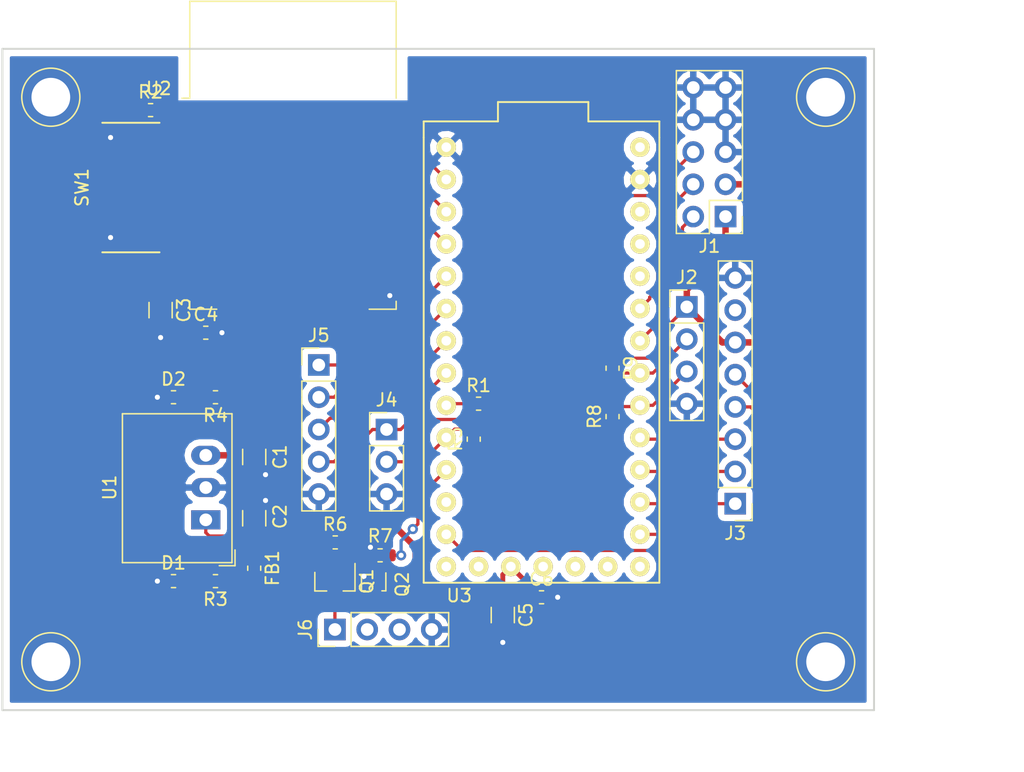
<source format=kicad_pcb>
(kicad_pcb (version 20171130) (host pcbnew "(5.0.0)")

  (general
    (thickness 1.6)
    (drawings 6)
    (tracks 225)
    (zones 0)
    (modules 34)
    (nets 29)
  )

  (page A4)
  (layers
    (0 F.Cu signal)
    (31 B.Cu signal)
    (32 B.Adhes user)
    (33 F.Adhes user)
    (34 B.Paste user)
    (35 F.Paste user)
    (36 B.SilkS user)
    (37 F.SilkS user)
    (38 B.Mask user)
    (39 F.Mask user)
    (40 Dwgs.User user)
    (41 Cmts.User user)
    (42 Eco1.User user)
    (43 Eco2.User user)
    (44 Edge.Cuts user)
    (45 Margin user)
    (46 B.CrtYd user)
    (47 F.CrtYd user)
    (48 B.Fab user)
    (49 F.Fab user)
  )

  (setup
    (last_trace_width 0.25)
    (user_trace_width 0.254)
    (user_trace_width 0.381)
    (user_trace_width 0.508)
    (trace_clearance 0.2)
    (zone_clearance 0.508)
    (zone_45_only no)
    (trace_min 0.2)
    (segment_width 0.2)
    (edge_width 0.15)
    (via_size 0.8)
    (via_drill 0.4)
    (via_min_size 0.4)
    (via_min_drill 0.3)
    (uvia_size 0.3)
    (uvia_drill 0.1)
    (uvias_allowed no)
    (uvia_min_size 0.2)
    (uvia_min_drill 0.1)
    (pcb_text_width 0.3)
    (pcb_text_size 1.5 1.5)
    (mod_edge_width 0.15)
    (mod_text_size 1 1)
    (mod_text_width 0.15)
    (pad_size 1.524 1.524)
    (pad_drill 0.762)
    (pad_to_mask_clearance 0.051)
    (solder_mask_min_width 0.25)
    (aux_axis_origin 0 0)
    (visible_elements 7FFDFFFF)
    (pcbplotparams
      (layerselection 0x010fc_ffffffff)
      (usegerberextensions false)
      (usegerberattributes false)
      (usegerberadvancedattributes false)
      (creategerberjobfile false)
      (excludeedgelayer true)
      (linewidth 0.100000)
      (plotframeref false)
      (viasonmask false)
      (mode 1)
      (useauxorigin false)
      (hpglpennumber 1)
      (hpglpenspeed 20)
      (hpglpendiameter 15.000000)
      (psnegative false)
      (psa4output false)
      (plotreference true)
      (plotvalue true)
      (plotinvisibletext false)
      (padsonsilk false)
      (subtractmaskfromsilk false)
      (outputformat 1)
      (mirror false)
      (drillshape 1)
      (scaleselection 1)
      (outputdirectory ""))
  )

  (net 0 "")
  (net 1 +3.3V_MCU)
  (net 2 GND)
  (net 3 "Net-(C2-Pad1)")
  (net 4 "Net-(D1-Pad2)")
  (net 5 "Net-(D2-Pad2)")
  (net 6 +12V)
  (net 7 /1WIRE_LED)
  (net 8 /IR_CTRL)
  (net 9 /UV_CTRL)
  (net 10 /SDA)
  (net 11 /SCL)
  (net 12 /CS)
  (net 13 /DISP_RST)
  (net 14 /DISP_DC)
  (net 15 /SCK)
  (net 16 /MOSI)
  (net 17 /1WIRE_SOIL)
  (net 18 "Net-(J5-Pad1)")
  (net 19 "Net-(J5-Pad2)")
  (net 20 "Net-(J5-Pad3)")
  (net 21 "Net-(J5-Pad4)")
  (net 22 "Net-(J6-Pad1)")
  (net 23 "Net-(Q1-Pad1)")
  (net 24 /FAN)
  (net 25 "Net-(R2-Pad2)")
  (net 26 /ESP_EN)
  (net 27 /ESP_RX)
  (net 28 /ESP_TX)

  (net_class Default "This is the default net class."
    (clearance 0.2)
    (trace_width 0.25)
    (via_dia 0.8)
    (via_drill 0.4)
    (uvia_dia 0.3)
    (uvia_drill 0.1)
    (add_net +12V)
    (add_net +3.3V_MCU)
    (add_net /1WIRE_LED)
    (add_net /1WIRE_SOIL)
    (add_net /CS)
    (add_net /DISP_DC)
    (add_net /DISP_RST)
    (add_net /ESP_EN)
    (add_net /ESP_RX)
    (add_net /ESP_TX)
    (add_net /FAN)
    (add_net /IR_CTRL)
    (add_net /MOSI)
    (add_net /SCK)
    (add_net /SCL)
    (add_net /SDA)
    (add_net /UV_CTRL)
    (add_net GND)
    (add_net "Net-(C2-Pad1)")
    (add_net "Net-(D1-Pad2)")
    (add_net "Net-(D2-Pad2)")
    (add_net "Net-(J5-Pad1)")
    (add_net "Net-(J5-Pad2)")
    (add_net "Net-(J5-Pad3)")
    (add_net "Net-(J5-Pad4)")
    (add_net "Net-(J6-Pad1)")
    (add_net "Net-(Q1-Pad1)")
    (add_net "Net-(R2-Pad2)")
  )

  (module Resistor_SMD:R_0603_1608Metric (layer F.Cu) (tedit 5C805FC7) (tstamp 5C7F3E13)
    (at 128.905 96.52)
    (descr "Resistor SMD 0603 (1608 Metric), square (rectangular) end terminal, IPC_7351 nominal, (Body size source: http://www.tortai-tech.com/upload/download/2011102023233369053.pdf), generated with kicad-footprint-generator")
    (tags resistor)
    (path /5C7030BA)
    (attr smd)
    (fp_text reference R1 (at 0 -1.43) (layer F.SilkS)
      (effects (font (size 1 1) (thickness 0.15)))
    )
    (fp_text value 4.7k (at 0 1.43) (layer F.Fab)
      (effects (font (size 1 1) (thickness 0.15)))
    )
    (fp_text user %R (at 0 0) (layer F.Fab)
      (effects (font (size 0.4 0.4) (thickness 0.06)))
    )
    (fp_line (start 1.48 0.73) (end -1.48 0.73) (layer F.CrtYd) (width 0.05))
    (fp_line (start 1.48 -0.73) (end 1.48 0.73) (layer F.CrtYd) (width 0.05))
    (fp_line (start -1.48 -0.73) (end 1.48 -0.73) (layer F.CrtYd) (width 0.05))
    (fp_line (start -1.48 0.73) (end -1.48 -0.73) (layer F.CrtYd) (width 0.05))
    (fp_line (start -0.162779 0.51) (end 0.162779 0.51) (layer F.SilkS) (width 0.12))
    (fp_line (start -0.162779 -0.51) (end 0.162779 -0.51) (layer F.SilkS) (width 0.12))
    (fp_line (start 0.8 0.4) (end -0.8 0.4) (layer F.Fab) (width 0.1))
    (fp_line (start 0.8 -0.4) (end 0.8 0.4) (layer F.Fab) (width 0.1))
    (fp_line (start -0.8 -0.4) (end 0.8 -0.4) (layer F.Fab) (width 0.1))
    (fp_line (start -0.8 0.4) (end -0.8 -0.4) (layer F.Fab) (width 0.1))
    (pad 2 smd roundrect (at 0.7875 0) (size 0.875 0.95) (layers F.Cu F.Paste F.Mask) (roundrect_rratio 0.25)
      (net 1 +3.3V_MCU))
    (pad 1 smd roundrect (at -0.7875 0) (size 0.875 0.95) (layers F.Cu F.Paste F.Mask) (roundrect_rratio 0.25)
      (net 7 /1WIRE_LED))
    (model ${KISYS3DMOD}/Resistor_SMD.3dshapes/R_0603_1608Metric.wrl
      (at (xyz 0 0 0))
      (scale (xyz 1 1 1))
      (rotate (xyz 0 0 0))
    )
  )

  (module Connector_PinHeader_2.54mm:PinHeader_1x08_P2.54mm_Vertical (layer F.Cu) (tedit 59FED5CC) (tstamp 5C7F3D90)
    (at 149.098 104.394 180)
    (descr "Through hole straight pin header, 1x08, 2.54mm pitch, single row")
    (tags "Through hole pin header THT 1x08 2.54mm single row")
    (path /5C6E619C)
    (fp_text reference J3 (at 0 -2.33 180) (layer F.SilkS)
      (effects (font (size 1 1) (thickness 0.15)))
    )
    (fp_text value Conn_01x08 (at 0 20.11 180) (layer F.Fab)
      (effects (font (size 1 1) (thickness 0.15)))
    )
    (fp_line (start -0.635 -1.27) (end 1.27 -1.27) (layer F.Fab) (width 0.1))
    (fp_line (start 1.27 -1.27) (end 1.27 19.05) (layer F.Fab) (width 0.1))
    (fp_line (start 1.27 19.05) (end -1.27 19.05) (layer F.Fab) (width 0.1))
    (fp_line (start -1.27 19.05) (end -1.27 -0.635) (layer F.Fab) (width 0.1))
    (fp_line (start -1.27 -0.635) (end -0.635 -1.27) (layer F.Fab) (width 0.1))
    (fp_line (start -1.33 19.11) (end 1.33 19.11) (layer F.SilkS) (width 0.12))
    (fp_line (start -1.33 1.27) (end -1.33 19.11) (layer F.SilkS) (width 0.12))
    (fp_line (start 1.33 1.27) (end 1.33 19.11) (layer F.SilkS) (width 0.12))
    (fp_line (start -1.33 1.27) (end 1.33 1.27) (layer F.SilkS) (width 0.12))
    (fp_line (start -1.33 0) (end -1.33 -1.33) (layer F.SilkS) (width 0.12))
    (fp_line (start -1.33 -1.33) (end 0 -1.33) (layer F.SilkS) (width 0.12))
    (fp_line (start -1.8 -1.8) (end -1.8 19.55) (layer F.CrtYd) (width 0.05))
    (fp_line (start -1.8 19.55) (end 1.8 19.55) (layer F.CrtYd) (width 0.05))
    (fp_line (start 1.8 19.55) (end 1.8 -1.8) (layer F.CrtYd) (width 0.05))
    (fp_line (start 1.8 -1.8) (end -1.8 -1.8) (layer F.CrtYd) (width 0.05))
    (fp_text user %R (at 0 8.89 270) (layer F.Fab)
      (effects (font (size 1 1) (thickness 0.15)))
    )
    (pad 1 thru_hole rect (at 0 0 180) (size 1.7 1.7) (drill 1) (layers *.Cu *.Mask)
      (net 12 /CS))
    (pad 2 thru_hole oval (at 0 2.54 180) (size 1.7 1.7) (drill 1) (layers *.Cu *.Mask)
      (net 13 /DISP_RST))
    (pad 3 thru_hole oval (at 0 5.08 180) (size 1.7 1.7) (drill 1) (layers *.Cu *.Mask)
      (net 14 /DISP_DC))
    (pad 4 thru_hole oval (at 0 7.62 180) (size 1.7 1.7) (drill 1) (layers *.Cu *.Mask)
      (net 15 /SCK))
    (pad 5 thru_hole oval (at 0 10.16 180) (size 1.7 1.7) (drill 1) (layers *.Cu *.Mask)
      (net 16 /MOSI))
    (pad 6 thru_hole oval (at 0 12.7 180) (size 1.7 1.7) (drill 1) (layers *.Cu *.Mask)
      (net 1 +3.3V_MCU))
    (pad 7 thru_hole oval (at 0 15.24 180) (size 1.7 1.7) (drill 1) (layers *.Cu *.Mask))
    (pad 8 thru_hole oval (at 0 17.78 180) (size 1.7 1.7) (drill 1) (layers *.Cu *.Mask)
      (net 2 GND))
    (model ${KISYS3DMOD}/Connector_PinHeader_2.54mm.3dshapes/PinHeader_1x08_P2.54mm_Vertical.wrl
      (at (xyz 0 0 0))
      (scale (xyz 1 1 1))
      (rotate (xyz 0 0 0))
    )
  )

  (module Resistor_SMD:R_1206_3216Metric (layer F.Cu) (tedit 5B301BBD) (tstamp 5C7F3CB4)
    (at 111.252 100.714 270)
    (descr "Resistor SMD 1206 (3216 Metric), square (rectangular) end terminal, IPC_7351 nominal, (Body size source: http://www.tortai-tech.com/upload/download/2011102023233369053.pdf), generated with kicad-footprint-generator")
    (tags resistor)
    (path /5C6B519B)
    (attr smd)
    (fp_text reference C1 (at 0 -2.032 270) (layer F.SilkS)
      (effects (font (size 1 1) (thickness 0.15)))
    )
    (fp_text value 10uF (at 0 1.82 270) (layer F.Fab)
      (effects (font (size 1 1) (thickness 0.15)))
    )
    (fp_line (start -1.6 0.8) (end -1.6 -0.8) (layer F.Fab) (width 0.1))
    (fp_line (start -1.6 -0.8) (end 1.6 -0.8) (layer F.Fab) (width 0.1))
    (fp_line (start 1.6 -0.8) (end 1.6 0.8) (layer F.Fab) (width 0.1))
    (fp_line (start 1.6 0.8) (end -1.6 0.8) (layer F.Fab) (width 0.1))
    (fp_line (start -0.602064 -0.91) (end 0.602064 -0.91) (layer F.SilkS) (width 0.12))
    (fp_line (start -0.602064 0.91) (end 0.602064 0.91) (layer F.SilkS) (width 0.12))
    (fp_line (start -2.28 1.12) (end -2.28 -1.12) (layer F.CrtYd) (width 0.05))
    (fp_line (start -2.28 -1.12) (end 2.28 -1.12) (layer F.CrtYd) (width 0.05))
    (fp_line (start 2.28 -1.12) (end 2.28 1.12) (layer F.CrtYd) (width 0.05))
    (fp_line (start 2.28 1.12) (end -2.28 1.12) (layer F.CrtYd) (width 0.05))
    (fp_text user %R (at 0 0 270) (layer F.Fab)
      (effects (font (size 0.8 0.8) (thickness 0.12)))
    )
    (pad 1 smd roundrect (at -1.4 0 270) (size 1.25 1.75) (layers F.Cu F.Paste F.Mask) (roundrect_rratio 0.2)
      (net 1 +3.3V_MCU))
    (pad 2 smd roundrect (at 1.4 0 270) (size 1.25 1.75) (layers F.Cu F.Paste F.Mask) (roundrect_rratio 0.2)
      (net 2 GND))
    (model ${KISYS3DMOD}/Resistor_SMD.3dshapes/R_1206_3216Metric.wrl
      (at (xyz 0 0 0))
      (scale (xyz 1 1 1))
      (rotate (xyz 0 0 0))
    )
  )

  (module Resistor_SMD:R_1206_3216Metric (layer F.Cu) (tedit 5B301BBD) (tstamp 5C7F3CC5)
    (at 111.252 105.54 90)
    (descr "Resistor SMD 1206 (3216 Metric), square (rectangular) end terminal, IPC_7351 nominal, (Body size source: http://www.tortai-tech.com/upload/download/2011102023233369053.pdf), generated with kicad-footprint-generator")
    (tags resistor)
    (path /5C6B50AE)
    (attr smd)
    (fp_text reference C2 (at 0.13 2.032 90) (layer F.SilkS)
      (effects (font (size 1 1) (thickness 0.15)))
    )
    (fp_text value 10uF (at 0 1.82 90) (layer F.Fab)
      (effects (font (size 1 1) (thickness 0.15)))
    )
    (fp_text user %R (at 0 0 90) (layer F.Fab)
      (effects (font (size 0.8 0.8) (thickness 0.12)))
    )
    (fp_line (start 2.28 1.12) (end -2.28 1.12) (layer F.CrtYd) (width 0.05))
    (fp_line (start 2.28 -1.12) (end 2.28 1.12) (layer F.CrtYd) (width 0.05))
    (fp_line (start -2.28 -1.12) (end 2.28 -1.12) (layer F.CrtYd) (width 0.05))
    (fp_line (start -2.28 1.12) (end -2.28 -1.12) (layer F.CrtYd) (width 0.05))
    (fp_line (start -0.602064 0.91) (end 0.602064 0.91) (layer F.SilkS) (width 0.12))
    (fp_line (start -0.602064 -0.91) (end 0.602064 -0.91) (layer F.SilkS) (width 0.12))
    (fp_line (start 1.6 0.8) (end -1.6 0.8) (layer F.Fab) (width 0.1))
    (fp_line (start 1.6 -0.8) (end 1.6 0.8) (layer F.Fab) (width 0.1))
    (fp_line (start -1.6 -0.8) (end 1.6 -0.8) (layer F.Fab) (width 0.1))
    (fp_line (start -1.6 0.8) (end -1.6 -0.8) (layer F.Fab) (width 0.1))
    (pad 2 smd roundrect (at 1.4 0 90) (size 1.25 1.75) (layers F.Cu F.Paste F.Mask) (roundrect_rratio 0.2)
      (net 2 GND))
    (pad 1 smd roundrect (at -1.4 0 90) (size 1.25 1.75) (layers F.Cu F.Paste F.Mask) (roundrect_rratio 0.2)
      (net 3 "Net-(C2-Pad1)"))
    (model ${KISYS3DMOD}/Resistor_SMD.3dshapes/R_1206_3216Metric.wrl
      (at (xyz 0 0 0))
      (scale (xyz 1 1 1))
      (rotate (xyz 0 0 0))
    )
  )

  (module Resistor_SMD:R_1206_3216Metric (layer F.Cu) (tedit 5B301BBD) (tstamp 5C7F3CD6)
    (at 103.886 89.154 270)
    (descr "Resistor SMD 1206 (3216 Metric), square (rectangular) end terminal, IPC_7351 nominal, (Body size source: http://www.tortai-tech.com/upload/download/2011102023233369053.pdf), generated with kicad-footprint-generator")
    (tags resistor)
    (path /5C73CDFE)
    (attr smd)
    (fp_text reference C3 (at 0 -1.82 270) (layer F.SilkS)
      (effects (font (size 1 1) (thickness 0.15)))
    )
    (fp_text value 10uF (at 0 1.82 270) (layer F.Fab)
      (effects (font (size 1 1) (thickness 0.15)))
    )
    (fp_line (start -1.6 0.8) (end -1.6 -0.8) (layer F.Fab) (width 0.1))
    (fp_line (start -1.6 -0.8) (end 1.6 -0.8) (layer F.Fab) (width 0.1))
    (fp_line (start 1.6 -0.8) (end 1.6 0.8) (layer F.Fab) (width 0.1))
    (fp_line (start 1.6 0.8) (end -1.6 0.8) (layer F.Fab) (width 0.1))
    (fp_line (start -0.602064 -0.91) (end 0.602064 -0.91) (layer F.SilkS) (width 0.12))
    (fp_line (start -0.602064 0.91) (end 0.602064 0.91) (layer F.SilkS) (width 0.12))
    (fp_line (start -2.28 1.12) (end -2.28 -1.12) (layer F.CrtYd) (width 0.05))
    (fp_line (start -2.28 -1.12) (end 2.28 -1.12) (layer F.CrtYd) (width 0.05))
    (fp_line (start 2.28 -1.12) (end 2.28 1.12) (layer F.CrtYd) (width 0.05))
    (fp_line (start 2.28 1.12) (end -2.28 1.12) (layer F.CrtYd) (width 0.05))
    (fp_text user %R (at 0 0 270) (layer F.Fab)
      (effects (font (size 0.8 0.8) (thickness 0.12)))
    )
    (pad 1 smd roundrect (at -1.4 0 270) (size 1.25 1.75) (layers F.Cu F.Paste F.Mask) (roundrect_rratio 0.2)
      (net 1 +3.3V_MCU))
    (pad 2 smd roundrect (at 1.4 0 270) (size 1.25 1.75) (layers F.Cu F.Paste F.Mask) (roundrect_rratio 0.2)
      (net 2 GND))
    (model ${KISYS3DMOD}/Resistor_SMD.3dshapes/R_1206_3216Metric.wrl
      (at (xyz 0 0 0))
      (scale (xyz 1 1 1))
      (rotate (xyz 0 0 0))
    )
  )

  (module Resistor_SMD:R_0603_1608Metric (layer F.Cu) (tedit 5B301BBD) (tstamp 5C7F3CE7)
    (at 107.442 90.932)
    (descr "Resistor SMD 0603 (1608 Metric), square (rectangular) end terminal, IPC_7351 nominal, (Body size source: http://www.tortai-tech.com/upload/download/2011102023233369053.pdf), generated with kicad-footprint-generator")
    (tags resistor)
    (path /5C73CDF7)
    (attr smd)
    (fp_text reference C4 (at 0 -1.43) (layer F.SilkS)
      (effects (font (size 1 1) (thickness 0.15)))
    )
    (fp_text value 100nF (at 0 1.43) (layer F.Fab)
      (effects (font (size 1 1) (thickness 0.15)))
    )
    (fp_text user %R (at 0 0) (layer F.Fab)
      (effects (font (size 0.4 0.4) (thickness 0.06)))
    )
    (fp_line (start 1.48 0.73) (end -1.48 0.73) (layer F.CrtYd) (width 0.05))
    (fp_line (start 1.48 -0.73) (end 1.48 0.73) (layer F.CrtYd) (width 0.05))
    (fp_line (start -1.48 -0.73) (end 1.48 -0.73) (layer F.CrtYd) (width 0.05))
    (fp_line (start -1.48 0.73) (end -1.48 -0.73) (layer F.CrtYd) (width 0.05))
    (fp_line (start -0.162779 0.51) (end 0.162779 0.51) (layer F.SilkS) (width 0.12))
    (fp_line (start -0.162779 -0.51) (end 0.162779 -0.51) (layer F.SilkS) (width 0.12))
    (fp_line (start 0.8 0.4) (end -0.8 0.4) (layer F.Fab) (width 0.1))
    (fp_line (start 0.8 -0.4) (end 0.8 0.4) (layer F.Fab) (width 0.1))
    (fp_line (start -0.8 -0.4) (end 0.8 -0.4) (layer F.Fab) (width 0.1))
    (fp_line (start -0.8 0.4) (end -0.8 -0.4) (layer F.Fab) (width 0.1))
    (pad 2 smd roundrect (at 0.7875 0) (size 0.875 0.95) (layers F.Cu F.Paste F.Mask) (roundrect_rratio 0.25)
      (net 2 GND))
    (pad 1 smd roundrect (at -0.7875 0) (size 0.875 0.95) (layers F.Cu F.Paste F.Mask) (roundrect_rratio 0.25)
      (net 1 +3.3V_MCU))
    (model ${KISYS3DMOD}/Resistor_SMD.3dshapes/R_0603_1608Metric.wrl
      (at (xyz 0 0 0))
      (scale (xyz 1 1 1))
      (rotate (xyz 0 0 0))
    )
  )

  (module Resistor_SMD:R_1206_3216Metric (layer F.Cu) (tedit 5B301BBD) (tstamp 5CAB0B86)
    (at 130.81 113.16 270)
    (descr "Resistor SMD 1206 (3216 Metric), square (rectangular) end terminal, IPC_7351 nominal, (Body size source: http://www.tortai-tech.com/upload/download/2011102023233369053.pdf), generated with kicad-footprint-generator")
    (tags resistor)
    (path /5C7279D3)
    (attr smd)
    (fp_text reference C5 (at 0 -1.82 270) (layer F.SilkS)
      (effects (font (size 1 1) (thickness 0.15)))
    )
    (fp_text value 10uF (at 0 1.82 270) (layer F.Fab)
      (effects (font (size 1 1) (thickness 0.15)))
    )
    (fp_text user %R (at 0 0 270) (layer F.Fab)
      (effects (font (size 0.8 0.8) (thickness 0.12)))
    )
    (fp_line (start 2.28 1.12) (end -2.28 1.12) (layer F.CrtYd) (width 0.05))
    (fp_line (start 2.28 -1.12) (end 2.28 1.12) (layer F.CrtYd) (width 0.05))
    (fp_line (start -2.28 -1.12) (end 2.28 -1.12) (layer F.CrtYd) (width 0.05))
    (fp_line (start -2.28 1.12) (end -2.28 -1.12) (layer F.CrtYd) (width 0.05))
    (fp_line (start -0.602064 0.91) (end 0.602064 0.91) (layer F.SilkS) (width 0.12))
    (fp_line (start -0.602064 -0.91) (end 0.602064 -0.91) (layer F.SilkS) (width 0.12))
    (fp_line (start 1.6 0.8) (end -1.6 0.8) (layer F.Fab) (width 0.1))
    (fp_line (start 1.6 -0.8) (end 1.6 0.8) (layer F.Fab) (width 0.1))
    (fp_line (start -1.6 -0.8) (end 1.6 -0.8) (layer F.Fab) (width 0.1))
    (fp_line (start -1.6 0.8) (end -1.6 -0.8) (layer F.Fab) (width 0.1))
    (pad 2 smd roundrect (at 1.4 0 270) (size 1.25 1.75) (layers F.Cu F.Paste F.Mask) (roundrect_rratio 0.2)
      (net 2 GND))
    (pad 1 smd roundrect (at -1.4 0 270) (size 1.25 1.75) (layers F.Cu F.Paste F.Mask) (roundrect_rratio 0.2)
      (net 1 +3.3V_MCU))
    (model ${KISYS3DMOD}/Resistor_SMD.3dshapes/R_1206_3216Metric.wrl
      (at (xyz 0 0 0))
      (scale (xyz 1 1 1))
      (rotate (xyz 0 0 0))
    )
  )

  (module Resistor_SMD:R_0603_1608Metric (layer F.Cu) (tedit 5B301BBD) (tstamp 5C7F3D09)
    (at 133.858 111.76)
    (descr "Resistor SMD 0603 (1608 Metric), square (rectangular) end terminal, IPC_7351 nominal, (Body size source: http://www.tortai-tech.com/upload/download/2011102023233369053.pdf), generated with kicad-footprint-generator")
    (tags resistor)
    (path /5C72783D)
    (attr smd)
    (fp_text reference C6 (at 0 -1.43) (layer F.SilkS)
      (effects (font (size 1 1) (thickness 0.15)))
    )
    (fp_text value 100nF (at 0 1.43) (layer F.Fab)
      (effects (font (size 1 1) (thickness 0.15)))
    )
    (fp_line (start -0.8 0.4) (end -0.8 -0.4) (layer F.Fab) (width 0.1))
    (fp_line (start -0.8 -0.4) (end 0.8 -0.4) (layer F.Fab) (width 0.1))
    (fp_line (start 0.8 -0.4) (end 0.8 0.4) (layer F.Fab) (width 0.1))
    (fp_line (start 0.8 0.4) (end -0.8 0.4) (layer F.Fab) (width 0.1))
    (fp_line (start -0.162779 -0.51) (end 0.162779 -0.51) (layer F.SilkS) (width 0.12))
    (fp_line (start -0.162779 0.51) (end 0.162779 0.51) (layer F.SilkS) (width 0.12))
    (fp_line (start -1.48 0.73) (end -1.48 -0.73) (layer F.CrtYd) (width 0.05))
    (fp_line (start -1.48 -0.73) (end 1.48 -0.73) (layer F.CrtYd) (width 0.05))
    (fp_line (start 1.48 -0.73) (end 1.48 0.73) (layer F.CrtYd) (width 0.05))
    (fp_line (start 1.48 0.73) (end -1.48 0.73) (layer F.CrtYd) (width 0.05))
    (fp_text user %R (at 0 0) (layer F.Fab)
      (effects (font (size 0.4 0.4) (thickness 0.06)))
    )
    (pad 1 smd roundrect (at -0.7875 0) (size 0.875 0.95) (layers F.Cu F.Paste F.Mask) (roundrect_rratio 0.25)
      (net 1 +3.3V_MCU))
    (pad 2 smd roundrect (at 0.7875 0) (size 0.875 0.95) (layers F.Cu F.Paste F.Mask) (roundrect_rratio 0.25)
      (net 2 GND))
    (model ${KISYS3DMOD}/Resistor_SMD.3dshapes/R_0603_1608Metric.wrl
      (at (xyz 0 0 0))
      (scale (xyz 1 1 1))
      (rotate (xyz 0 0 0))
    )
  )

  (module Resistor_SMD:R_0603_1608Metric (layer F.Cu) (tedit 5B301BBD) (tstamp 5C7F3D1A)
    (at 104.902 110.49)
    (descr "Resistor SMD 0603 (1608 Metric), square (rectangular) end terminal, IPC_7351 nominal, (Body size source: http://www.tortai-tech.com/upload/download/2011102023233369053.pdf), generated with kicad-footprint-generator")
    (tags resistor)
    (path /5C6BEC77)
    (attr smd)
    (fp_text reference D1 (at 0 -1.43) (layer F.SilkS)
      (effects (font (size 1 1) (thickness 0.15)))
    )
    (fp_text value LED (at 0 1.43) (layer F.Fab)
      (effects (font (size 1 1) (thickness 0.15)))
    )
    (fp_line (start -0.8 0.4) (end -0.8 -0.4) (layer F.Fab) (width 0.1))
    (fp_line (start -0.8 -0.4) (end 0.8 -0.4) (layer F.Fab) (width 0.1))
    (fp_line (start 0.8 -0.4) (end 0.8 0.4) (layer F.Fab) (width 0.1))
    (fp_line (start 0.8 0.4) (end -0.8 0.4) (layer F.Fab) (width 0.1))
    (fp_line (start -0.162779 -0.51) (end 0.162779 -0.51) (layer F.SilkS) (width 0.12))
    (fp_line (start -0.162779 0.51) (end 0.162779 0.51) (layer F.SilkS) (width 0.12))
    (fp_line (start -1.48 0.73) (end -1.48 -0.73) (layer F.CrtYd) (width 0.05))
    (fp_line (start -1.48 -0.73) (end 1.48 -0.73) (layer F.CrtYd) (width 0.05))
    (fp_line (start 1.48 -0.73) (end 1.48 0.73) (layer F.CrtYd) (width 0.05))
    (fp_line (start 1.48 0.73) (end -1.48 0.73) (layer F.CrtYd) (width 0.05))
    (fp_text user %R (at 0 0) (layer F.Fab)
      (effects (font (size 0.4 0.4) (thickness 0.06)))
    )
    (pad 1 smd roundrect (at -0.7875 0) (size 0.875 0.95) (layers F.Cu F.Paste F.Mask) (roundrect_rratio 0.25)
      (net 2 GND))
    (pad 2 smd roundrect (at 0.7875 0) (size 0.875 0.95) (layers F.Cu F.Paste F.Mask) (roundrect_rratio 0.25)
      (net 4 "Net-(D1-Pad2)"))
    (model ${KISYS3DMOD}/Resistor_SMD.3dshapes/R_0603_1608Metric.wrl
      (at (xyz 0 0 0))
      (scale (xyz 1 1 1))
      (rotate (xyz 0 0 0))
    )
  )

  (module Resistor_SMD:R_0603_1608Metric (layer F.Cu) (tedit 5B301BBD) (tstamp 5C7F3D2B)
    (at 104.902 96.012)
    (descr "Resistor SMD 0603 (1608 Metric), square (rectangular) end terminal, IPC_7351 nominal, (Body size source: http://www.tortai-tech.com/upload/download/2011102023233369053.pdf), generated with kicad-footprint-generator")
    (tags resistor)
    (path /5C6BECBF)
    (attr smd)
    (fp_text reference D2 (at 0 -1.43) (layer F.SilkS)
      (effects (font (size 1 1) (thickness 0.15)))
    )
    (fp_text value LED (at 0 1.43) (layer F.Fab)
      (effects (font (size 1 1) (thickness 0.15)))
    )
    (fp_text user %R (at 0 0) (layer F.Fab)
      (effects (font (size 0.4 0.4) (thickness 0.06)))
    )
    (fp_line (start 1.48 0.73) (end -1.48 0.73) (layer F.CrtYd) (width 0.05))
    (fp_line (start 1.48 -0.73) (end 1.48 0.73) (layer F.CrtYd) (width 0.05))
    (fp_line (start -1.48 -0.73) (end 1.48 -0.73) (layer F.CrtYd) (width 0.05))
    (fp_line (start -1.48 0.73) (end -1.48 -0.73) (layer F.CrtYd) (width 0.05))
    (fp_line (start -0.162779 0.51) (end 0.162779 0.51) (layer F.SilkS) (width 0.12))
    (fp_line (start -0.162779 -0.51) (end 0.162779 -0.51) (layer F.SilkS) (width 0.12))
    (fp_line (start 0.8 0.4) (end -0.8 0.4) (layer F.Fab) (width 0.1))
    (fp_line (start 0.8 -0.4) (end 0.8 0.4) (layer F.Fab) (width 0.1))
    (fp_line (start -0.8 -0.4) (end 0.8 -0.4) (layer F.Fab) (width 0.1))
    (fp_line (start -0.8 0.4) (end -0.8 -0.4) (layer F.Fab) (width 0.1))
    (pad 2 smd roundrect (at 0.7875 0) (size 0.875 0.95) (layers F.Cu F.Paste F.Mask) (roundrect_rratio 0.25)
      (net 5 "Net-(D2-Pad2)"))
    (pad 1 smd roundrect (at -0.7875 0) (size 0.875 0.95) (layers F.Cu F.Paste F.Mask) (roundrect_rratio 0.25)
      (net 2 GND))
    (model ${KISYS3DMOD}/Resistor_SMD.3dshapes/R_0603_1608Metric.wrl
      (at (xyz 0 0 0))
      (scale (xyz 1 1 1))
      (rotate (xyz 0 0 0))
    )
  )

  (module Resistor_SMD:R_0603_1608Metric (layer F.Cu) (tedit 5B301BBD) (tstamp 5C7F3D3C)
    (at 111.252 109.474 270)
    (descr "Resistor SMD 0603 (1608 Metric), square (rectangular) end terminal, IPC_7351 nominal, (Body size source: http://www.tortai-tech.com/upload/download/2011102023233369053.pdf), generated with kicad-footprint-generator")
    (tags resistor)
    (path /5C791519)
    (attr smd)
    (fp_text reference FB1 (at 0 -1.43 270) (layer F.SilkS)
      (effects (font (size 1 1) (thickness 0.15)))
    )
    (fp_text value Ferrite_Bead (at 0 1.43 270) (layer F.Fab)
      (effects (font (size 1 1) (thickness 0.15)))
    )
    (fp_text user %R (at 0 0 270) (layer F.Fab)
      (effects (font (size 0.4 0.4) (thickness 0.06)))
    )
    (fp_line (start 1.48 0.73) (end -1.48 0.73) (layer F.CrtYd) (width 0.05))
    (fp_line (start 1.48 -0.73) (end 1.48 0.73) (layer F.CrtYd) (width 0.05))
    (fp_line (start -1.48 -0.73) (end 1.48 -0.73) (layer F.CrtYd) (width 0.05))
    (fp_line (start -1.48 0.73) (end -1.48 -0.73) (layer F.CrtYd) (width 0.05))
    (fp_line (start -0.162779 0.51) (end 0.162779 0.51) (layer F.SilkS) (width 0.12))
    (fp_line (start -0.162779 -0.51) (end 0.162779 -0.51) (layer F.SilkS) (width 0.12))
    (fp_line (start 0.8 0.4) (end -0.8 0.4) (layer F.Fab) (width 0.1))
    (fp_line (start 0.8 -0.4) (end 0.8 0.4) (layer F.Fab) (width 0.1))
    (fp_line (start -0.8 -0.4) (end 0.8 -0.4) (layer F.Fab) (width 0.1))
    (fp_line (start -0.8 0.4) (end -0.8 -0.4) (layer F.Fab) (width 0.1))
    (pad 2 smd roundrect (at 0.7875 0 270) (size 0.875 0.95) (layers F.Cu F.Paste F.Mask) (roundrect_rratio 0.25)
      (net 6 +12V))
    (pad 1 smd roundrect (at -0.7875 0 270) (size 0.875 0.95) (layers F.Cu F.Paste F.Mask) (roundrect_rratio 0.25)
      (net 3 "Net-(C2-Pad1)"))
    (model ${KISYS3DMOD}/Resistor_SMD.3dshapes/R_0603_1608Metric.wrl
      (at (xyz 0 0 0))
      (scale (xyz 1 1 1))
      (rotate (xyz 0 0 0))
    )
  )

  (module Connector_PinHeader_2.54mm:PinHeader_2x05_P2.54mm_Vertical (layer F.Cu) (tedit 59FED5CC) (tstamp 5C7F3D5C)
    (at 148.336 81.788 180)
    (descr "Through hole straight pin header, 2x05, 2.54mm pitch, double rows")
    (tags "Through hole pin header THT 2x05 2.54mm double row")
    (path /5C80AD00)
    (fp_text reference J1 (at 1.27 -2.33 180) (layer F.SilkS)
      (effects (font (size 1 1) (thickness 0.15)))
    )
    (fp_text value Conn_02x05_Odd_Even (at 1.27 12.49 180) (layer F.Fab)
      (effects (font (size 1 1) (thickness 0.15)))
    )
    (fp_line (start 0 -1.27) (end 3.81 -1.27) (layer F.Fab) (width 0.1))
    (fp_line (start 3.81 -1.27) (end 3.81 11.43) (layer F.Fab) (width 0.1))
    (fp_line (start 3.81 11.43) (end -1.27 11.43) (layer F.Fab) (width 0.1))
    (fp_line (start -1.27 11.43) (end -1.27 0) (layer F.Fab) (width 0.1))
    (fp_line (start -1.27 0) (end 0 -1.27) (layer F.Fab) (width 0.1))
    (fp_line (start -1.33 11.49) (end 3.87 11.49) (layer F.SilkS) (width 0.12))
    (fp_line (start -1.33 1.27) (end -1.33 11.49) (layer F.SilkS) (width 0.12))
    (fp_line (start 3.87 -1.33) (end 3.87 11.49) (layer F.SilkS) (width 0.12))
    (fp_line (start -1.33 1.27) (end 1.27 1.27) (layer F.SilkS) (width 0.12))
    (fp_line (start 1.27 1.27) (end 1.27 -1.33) (layer F.SilkS) (width 0.12))
    (fp_line (start 1.27 -1.33) (end 3.87 -1.33) (layer F.SilkS) (width 0.12))
    (fp_line (start -1.33 0) (end -1.33 -1.33) (layer F.SilkS) (width 0.12))
    (fp_line (start -1.33 -1.33) (end 0 -1.33) (layer F.SilkS) (width 0.12))
    (fp_line (start -1.8 -1.8) (end -1.8 11.95) (layer F.CrtYd) (width 0.05))
    (fp_line (start -1.8 11.95) (end 4.35 11.95) (layer F.CrtYd) (width 0.05))
    (fp_line (start 4.35 11.95) (end 4.35 -1.8) (layer F.CrtYd) (width 0.05))
    (fp_line (start 4.35 -1.8) (end -1.8 -1.8) (layer F.CrtYd) (width 0.05))
    (fp_text user %R (at 1.27 5.08 270) (layer F.Fab)
      (effects (font (size 1 1) (thickness 0.15)))
    )
    (pad 1 thru_hole rect (at 0 0 180) (size 1.7 1.7) (drill 1) (layers *.Cu *.Mask)
      (net 1 +3.3V_MCU))
    (pad 2 thru_hole oval (at 2.54 0 180) (size 1.7 1.7) (drill 1) (layers *.Cu *.Mask)
      (net 8 /IR_CTRL))
    (pad 3 thru_hole oval (at 0 2.54 180) (size 1.7 1.7) (drill 1) (layers *.Cu *.Mask)
      (net 6 +12V))
    (pad 4 thru_hole oval (at 2.54 2.54 180) (size 1.7 1.7) (drill 1) (layers *.Cu *.Mask)
      (net 9 /UV_CTRL))
    (pad 5 thru_hole oval (at 0 5.08 180) (size 1.7 1.7) (drill 1) (layers *.Cu *.Mask)
      (net 2 GND))
    (pad 6 thru_hole oval (at 2.54 5.08 180) (size 1.7 1.7) (drill 1) (layers *.Cu *.Mask)
      (net 7 /1WIRE_LED))
    (pad 7 thru_hole oval (at 0 7.62 180) (size 1.7 1.7) (drill 1) (layers *.Cu *.Mask)
      (net 2 GND))
    (pad 8 thru_hole oval (at 2.54 7.62 180) (size 1.7 1.7) (drill 1) (layers *.Cu *.Mask)
      (net 2 GND))
    (pad 9 thru_hole oval (at 0 10.16 180) (size 1.7 1.7) (drill 1) (layers *.Cu *.Mask)
      (net 2 GND))
    (pad 10 thru_hole oval (at 2.54 10.16 180) (size 1.7 1.7) (drill 1) (layers *.Cu *.Mask)
      (net 2 GND))
    (model ${KISYS3DMOD}/Connector_PinHeader_2.54mm.3dshapes/PinHeader_2x05_P2.54mm_Vertical.wrl
      (at (xyz 0 0 0))
      (scale (xyz 1 1 1))
      (rotate (xyz 0 0 0))
    )
  )

  (module Connector_PinHeader_2.54mm:PinHeader_1x04_P2.54mm_Vertical (layer F.Cu) (tedit 59FED5CC) (tstamp 5C7F3D74)
    (at 145.288 88.9)
    (descr "Through hole straight pin header, 1x04, 2.54mm pitch, single row")
    (tags "Through hole pin header THT 1x04 2.54mm single row")
    (path /5C6BCD3F)
    (fp_text reference J2 (at 0 -2.33) (layer F.SilkS)
      (effects (font (size 1 1) (thickness 0.15)))
    )
    (fp_text value Conn_01x04 (at 0 9.95) (layer F.Fab)
      (effects (font (size 1 1) (thickness 0.15)))
    )
    (fp_text user %R (at 0 3.81 90) (layer F.Fab)
      (effects (font (size 1 1) (thickness 0.15)))
    )
    (fp_line (start 1.8 -1.8) (end -1.8 -1.8) (layer F.CrtYd) (width 0.05))
    (fp_line (start 1.8 9.4) (end 1.8 -1.8) (layer F.CrtYd) (width 0.05))
    (fp_line (start -1.8 9.4) (end 1.8 9.4) (layer F.CrtYd) (width 0.05))
    (fp_line (start -1.8 -1.8) (end -1.8 9.4) (layer F.CrtYd) (width 0.05))
    (fp_line (start -1.33 -1.33) (end 0 -1.33) (layer F.SilkS) (width 0.12))
    (fp_line (start -1.33 0) (end -1.33 -1.33) (layer F.SilkS) (width 0.12))
    (fp_line (start -1.33 1.27) (end 1.33 1.27) (layer F.SilkS) (width 0.12))
    (fp_line (start 1.33 1.27) (end 1.33 8.95) (layer F.SilkS) (width 0.12))
    (fp_line (start -1.33 1.27) (end -1.33 8.95) (layer F.SilkS) (width 0.12))
    (fp_line (start -1.33 8.95) (end 1.33 8.95) (layer F.SilkS) (width 0.12))
    (fp_line (start -1.27 -0.635) (end -0.635 -1.27) (layer F.Fab) (width 0.1))
    (fp_line (start -1.27 8.89) (end -1.27 -0.635) (layer F.Fab) (width 0.1))
    (fp_line (start 1.27 8.89) (end -1.27 8.89) (layer F.Fab) (width 0.1))
    (fp_line (start 1.27 -1.27) (end 1.27 8.89) (layer F.Fab) (width 0.1))
    (fp_line (start -0.635 -1.27) (end 1.27 -1.27) (layer F.Fab) (width 0.1))
    (pad 4 thru_hole oval (at 0 7.62) (size 1.7 1.7) (drill 1) (layers *.Cu *.Mask)
      (net 2 GND))
    (pad 3 thru_hole oval (at 0 5.08) (size 1.7 1.7) (drill 1) (layers *.Cu *.Mask)
      (net 10 /SDA))
    (pad 2 thru_hole oval (at 0 2.54) (size 1.7 1.7) (drill 1) (layers *.Cu *.Mask)
      (net 11 /SCL))
    (pad 1 thru_hole rect (at 0 0) (size 1.7 1.7) (drill 1) (layers *.Cu *.Mask)
      (net 1 +3.3V_MCU))
    (model ${KISYS3DMOD}/Connector_PinHeader_2.54mm.3dshapes/PinHeader_1x04_P2.54mm_Vertical.wrl
      (at (xyz 0 0 0))
      (scale (xyz 1 1 1))
      (rotate (xyz 0 0 0))
    )
  )

  (module Connector_PinHeader_2.54mm:PinHeader_1x03_P2.54mm_Vertical (layer F.Cu) (tedit 59FED5CC) (tstamp 5C7F3DA7)
    (at 121.666 98.552)
    (descr "Through hole straight pin header, 1x03, 2.54mm pitch, single row")
    (tags "Through hole pin header THT 1x03 2.54mm single row")
    (path /5C6C2F97)
    (fp_text reference J4 (at 0 -2.33) (layer F.SilkS)
      (effects (font (size 1 1) (thickness 0.15)))
    )
    (fp_text value Conn_01x03 (at 0 7.41) (layer F.Fab)
      (effects (font (size 1 1) (thickness 0.15)))
    )
    (fp_line (start -0.635 -1.27) (end 1.27 -1.27) (layer F.Fab) (width 0.1))
    (fp_line (start 1.27 -1.27) (end 1.27 6.35) (layer F.Fab) (width 0.1))
    (fp_line (start 1.27 6.35) (end -1.27 6.35) (layer F.Fab) (width 0.1))
    (fp_line (start -1.27 6.35) (end -1.27 -0.635) (layer F.Fab) (width 0.1))
    (fp_line (start -1.27 -0.635) (end -0.635 -1.27) (layer F.Fab) (width 0.1))
    (fp_line (start -1.33 6.41) (end 1.33 6.41) (layer F.SilkS) (width 0.12))
    (fp_line (start -1.33 1.27) (end -1.33 6.41) (layer F.SilkS) (width 0.12))
    (fp_line (start 1.33 1.27) (end 1.33 6.41) (layer F.SilkS) (width 0.12))
    (fp_line (start -1.33 1.27) (end 1.33 1.27) (layer F.SilkS) (width 0.12))
    (fp_line (start -1.33 0) (end -1.33 -1.33) (layer F.SilkS) (width 0.12))
    (fp_line (start -1.33 -1.33) (end 0 -1.33) (layer F.SilkS) (width 0.12))
    (fp_line (start -1.8 -1.8) (end -1.8 6.85) (layer F.CrtYd) (width 0.05))
    (fp_line (start -1.8 6.85) (end 1.8 6.85) (layer F.CrtYd) (width 0.05))
    (fp_line (start 1.8 6.85) (end 1.8 -1.8) (layer F.CrtYd) (width 0.05))
    (fp_line (start 1.8 -1.8) (end -1.8 -1.8) (layer F.CrtYd) (width 0.05))
    (fp_text user %R (at 0 2.54 90) (layer F.Fab)
      (effects (font (size 1 1) (thickness 0.15)))
    )
    (pad 1 thru_hole rect (at 0 0) (size 1.7 1.7) (drill 1) (layers *.Cu *.Mask)
      (net 1 +3.3V_MCU))
    (pad 2 thru_hole oval (at 0 2.54) (size 1.7 1.7) (drill 1) (layers *.Cu *.Mask)
      (net 17 /1WIRE_SOIL))
    (pad 3 thru_hole oval (at 0 5.08) (size 1.7 1.7) (drill 1) (layers *.Cu *.Mask)
      (net 2 GND))
    (model ${KISYS3DMOD}/Connector_PinHeader_2.54mm.3dshapes/PinHeader_1x03_P2.54mm_Vertical.wrl
      (at (xyz 0 0 0))
      (scale (xyz 1 1 1))
      (rotate (xyz 0 0 0))
    )
  )

  (module Connector_PinHeader_2.54mm:PinHeader_1x05_P2.54mm_Vertical (layer F.Cu) (tedit 59FED5CC) (tstamp 5C7F3DC0)
    (at 116.332 93.472)
    (descr "Through hole straight pin header, 1x05, 2.54mm pitch, single row")
    (tags "Through hole pin header THT 1x05 2.54mm single row")
    (path /5C75F3FE)
    (fp_text reference J5 (at 0 -2.33) (layer F.SilkS)
      (effects (font (size 1 1) (thickness 0.15)))
    )
    (fp_text value Conn_01x05 (at 0 12.49) (layer F.Fab)
      (effects (font (size 1 1) (thickness 0.15)))
    )
    (fp_line (start -0.635 -1.27) (end 1.27 -1.27) (layer F.Fab) (width 0.1))
    (fp_line (start 1.27 -1.27) (end 1.27 11.43) (layer F.Fab) (width 0.1))
    (fp_line (start 1.27 11.43) (end -1.27 11.43) (layer F.Fab) (width 0.1))
    (fp_line (start -1.27 11.43) (end -1.27 -0.635) (layer F.Fab) (width 0.1))
    (fp_line (start -1.27 -0.635) (end -0.635 -1.27) (layer F.Fab) (width 0.1))
    (fp_line (start -1.33 11.49) (end 1.33 11.49) (layer F.SilkS) (width 0.12))
    (fp_line (start -1.33 1.27) (end -1.33 11.49) (layer F.SilkS) (width 0.12))
    (fp_line (start 1.33 1.27) (end 1.33 11.49) (layer F.SilkS) (width 0.12))
    (fp_line (start -1.33 1.27) (end 1.33 1.27) (layer F.SilkS) (width 0.12))
    (fp_line (start -1.33 0) (end -1.33 -1.33) (layer F.SilkS) (width 0.12))
    (fp_line (start -1.33 -1.33) (end 0 -1.33) (layer F.SilkS) (width 0.12))
    (fp_line (start -1.8 -1.8) (end -1.8 11.95) (layer F.CrtYd) (width 0.05))
    (fp_line (start -1.8 11.95) (end 1.8 11.95) (layer F.CrtYd) (width 0.05))
    (fp_line (start 1.8 11.95) (end 1.8 -1.8) (layer F.CrtYd) (width 0.05))
    (fp_line (start 1.8 -1.8) (end -1.8 -1.8) (layer F.CrtYd) (width 0.05))
    (fp_text user %R (at 0 5.08 90) (layer F.Fab)
      (effects (font (size 1 1) (thickness 0.15)))
    )
    (pad 1 thru_hole rect (at 0 0) (size 1.7 1.7) (drill 1) (layers *.Cu *.Mask)
      (net 18 "Net-(J5-Pad1)"))
    (pad 2 thru_hole oval (at 0 2.54) (size 1.7 1.7) (drill 1) (layers *.Cu *.Mask)
      (net 19 "Net-(J5-Pad2)"))
    (pad 3 thru_hole oval (at 0 5.08) (size 1.7 1.7) (drill 1) (layers *.Cu *.Mask)
      (net 20 "Net-(J5-Pad3)"))
    (pad 4 thru_hole oval (at 0 7.62) (size 1.7 1.7) (drill 1) (layers *.Cu *.Mask)
      (net 21 "Net-(J5-Pad4)"))
    (pad 5 thru_hole oval (at 0 10.16) (size 1.7 1.7) (drill 1) (layers *.Cu *.Mask)
      (net 2 GND))
    (model ${KISYS3DMOD}/Connector_PinHeader_2.54mm.3dshapes/PinHeader_1x05_P2.54mm_Vertical.wrl
      (at (xyz 0 0 0))
      (scale (xyz 1 1 1))
      (rotate (xyz 0 0 0))
    )
  )

  (module Connector_PinHeader_2.54mm:PinHeader_1x04_P2.54mm_Vertical (layer F.Cu) (tedit 59FED5CC) (tstamp 5C7F3DD8)
    (at 117.602 114.3 90)
    (descr "Through hole straight pin header, 1x04, 2.54mm pitch, single row")
    (tags "Through hole pin header THT 1x04 2.54mm single row")
    (path /5C6D1835)
    (fp_text reference J6 (at 0 -2.33 90) (layer F.SilkS)
      (effects (font (size 1 1) (thickness 0.15)))
    )
    (fp_text value Conn_01x04 (at 0 9.95 90) (layer F.Fab)
      (effects (font (size 1 1) (thickness 0.15)))
    )
    (fp_line (start -0.635 -1.27) (end 1.27 -1.27) (layer F.Fab) (width 0.1))
    (fp_line (start 1.27 -1.27) (end 1.27 8.89) (layer F.Fab) (width 0.1))
    (fp_line (start 1.27 8.89) (end -1.27 8.89) (layer F.Fab) (width 0.1))
    (fp_line (start -1.27 8.89) (end -1.27 -0.635) (layer F.Fab) (width 0.1))
    (fp_line (start -1.27 -0.635) (end -0.635 -1.27) (layer F.Fab) (width 0.1))
    (fp_line (start -1.33 8.95) (end 1.33 8.95) (layer F.SilkS) (width 0.12))
    (fp_line (start -1.33 1.27) (end -1.33 8.95) (layer F.SilkS) (width 0.12))
    (fp_line (start 1.33 1.27) (end 1.33 8.95) (layer F.SilkS) (width 0.12))
    (fp_line (start -1.33 1.27) (end 1.33 1.27) (layer F.SilkS) (width 0.12))
    (fp_line (start -1.33 0) (end -1.33 -1.33) (layer F.SilkS) (width 0.12))
    (fp_line (start -1.33 -1.33) (end 0 -1.33) (layer F.SilkS) (width 0.12))
    (fp_line (start -1.8 -1.8) (end -1.8 9.4) (layer F.CrtYd) (width 0.05))
    (fp_line (start -1.8 9.4) (end 1.8 9.4) (layer F.CrtYd) (width 0.05))
    (fp_line (start 1.8 9.4) (end 1.8 -1.8) (layer F.CrtYd) (width 0.05))
    (fp_line (start 1.8 -1.8) (end -1.8 -1.8) (layer F.CrtYd) (width 0.05))
    (fp_text user %R (at 0 3.81 180) (layer F.Fab)
      (effects (font (size 1 1) (thickness 0.15)))
    )
    (pad 1 thru_hole rect (at 0 0 90) (size 1.7 1.7) (drill 1) (layers *.Cu *.Mask)
      (net 22 "Net-(J6-Pad1)"))
    (pad 2 thru_hole oval (at 0 2.54 90) (size 1.7 1.7) (drill 1) (layers *.Cu *.Mask))
    (pad 3 thru_hole oval (at 0 5.08 90) (size 1.7 1.7) (drill 1) (layers *.Cu *.Mask))
    (pad 4 thru_hole oval (at 0 7.62 90) (size 1.7 1.7) (drill 1) (layers *.Cu *.Mask)
      (net 2 GND))
    (model ${KISYS3DMOD}/Connector_PinHeader_2.54mm.3dshapes/PinHeader_1x04_P2.54mm_Vertical.wrl
      (at (xyz 0 0 0))
      (scale (xyz 1 1 1))
      (rotate (xyz 0 0 0))
    )
  )

  (module Package_TO_SOT_SMD:SOT-23 (layer F.Cu) (tedit 5A02FF57) (tstamp 5CAB0050)
    (at 117.602 110.506 270)
    (descr "SOT-23, Standard")
    (tags SOT-23)
    (path /5C737959)
    (attr smd)
    (fp_text reference Q1 (at 0 -2.5 270) (layer F.SilkS)
      (effects (font (size 1 1) (thickness 0.15)))
    )
    (fp_text value Q_PMOS_GSD (at 0 2.5 270) (layer F.Fab)
      (effects (font (size 1 1) (thickness 0.15)))
    )
    (fp_text user %R (at 0 0) (layer F.Fab)
      (effects (font (size 0.5 0.5) (thickness 0.075)))
    )
    (fp_line (start -0.7 -0.95) (end -0.7 1.5) (layer F.Fab) (width 0.1))
    (fp_line (start -0.15 -1.52) (end 0.7 -1.52) (layer F.Fab) (width 0.1))
    (fp_line (start -0.7 -0.95) (end -0.15 -1.52) (layer F.Fab) (width 0.1))
    (fp_line (start 0.7 -1.52) (end 0.7 1.52) (layer F.Fab) (width 0.1))
    (fp_line (start -0.7 1.52) (end 0.7 1.52) (layer F.Fab) (width 0.1))
    (fp_line (start 0.76 1.58) (end 0.76 0.65) (layer F.SilkS) (width 0.12))
    (fp_line (start 0.76 -1.58) (end 0.76 -0.65) (layer F.SilkS) (width 0.12))
    (fp_line (start -1.7 -1.75) (end 1.7 -1.75) (layer F.CrtYd) (width 0.05))
    (fp_line (start 1.7 -1.75) (end 1.7 1.75) (layer F.CrtYd) (width 0.05))
    (fp_line (start 1.7 1.75) (end -1.7 1.75) (layer F.CrtYd) (width 0.05))
    (fp_line (start -1.7 1.75) (end -1.7 -1.75) (layer F.CrtYd) (width 0.05))
    (fp_line (start 0.76 -1.58) (end -1.4 -1.58) (layer F.SilkS) (width 0.12))
    (fp_line (start 0.76 1.58) (end -0.7 1.58) (layer F.SilkS) (width 0.12))
    (pad 1 smd rect (at -1 -0.95 270) (size 0.9 0.8) (layers F.Cu F.Paste F.Mask)
      (net 23 "Net-(Q1-Pad1)"))
    (pad 2 smd rect (at -1 0.95 270) (size 0.9 0.8) (layers F.Cu F.Paste F.Mask)
      (net 6 +12V))
    (pad 3 smd rect (at 1 0 270) (size 0.9 0.8) (layers F.Cu F.Paste F.Mask)
      (net 22 "Net-(J6-Pad1)"))
    (model ${KISYS3DMOD}/Package_TO_SOT_SMD.3dshapes/SOT-23.wrl
      (at (xyz 0 0 0))
      (scale (xyz 1 1 1))
      (rotate (xyz 0 0 0))
    )
  )

  (module Package_TO_SOT_SMD:SOT-416 (layer F.Cu) (tedit 5BAABB2E) (tstamp 5C7F3E02)
    (at 120.65 110.744 270)
    (descr "SOT-416, https://www.nxp.com/docs/en/package-information/SOT416.pdf")
    (tags SOT-416)
    (path /5C7381C8)
    (attr smd)
    (fp_text reference Q2 (at 0 -2.25 270) (layer F.SilkS)
      (effects (font (size 1 1) (thickness 0.15)))
    )
    (fp_text value Q_NMOS_GSD (at 0 2.25 270) (layer F.Fab)
      (effects (font (size 1 1) (thickness 0.15)))
    )
    (fp_text user %R (at 0 0) (layer F.Fab)
      (effects (font (size 0.35 0.35) (thickness 0.05)))
    )
    (fp_line (start -0.45 -0.6) (end -0.45 0.9) (layer F.Fab) (width 0.1))
    (fp_line (start -0.15 -0.9) (end 0.45 -0.9) (layer F.Fab) (width 0.1))
    (fp_line (start 0.45 -0.9) (end 0.45 0.9) (layer F.Fab) (width 0.1))
    (fp_line (start -0.45 0.9) (end 0.45 0.9) (layer F.Fab) (width 0.1))
    (fp_line (start 0.51 0.96) (end 0.51 0.65) (layer F.SilkS) (width 0.12))
    (fp_line (start 0.51 -0.96) (end 0.51 -0.65) (layer F.SilkS) (width 0.12))
    (fp_line (start -1.2 -1.15) (end 1.2 -1.15) (layer F.CrtYd) (width 0.05))
    (fp_line (start 1.2 -1.15) (end 1.2 1.15) (layer F.CrtYd) (width 0.05))
    (fp_line (start 1.2 1.15) (end -1.2 1.15) (layer F.CrtYd) (width 0.05))
    (fp_line (start -1.2 1.15) (end -1.2 -1.15) (layer F.CrtYd) (width 0.05))
    (fp_line (start 0.51 -0.96) (end -0.9 -0.96) (layer F.SilkS) (width 0.12))
    (fp_line (start 0.51 0.96) (end -0.65 0.96) (layer F.SilkS) (width 0.12))
    (fp_line (start -0.15 -0.9) (end -0.45 -0.6) (layer F.Fab) (width 0.1))
    (pad 1 smd rect (at -0.65 -0.5 270) (size 0.6 0.5) (layers F.Cu F.Paste F.Mask)
      (net 24 /FAN))
    (pad 2 smd rect (at -0.65 0.5 270) (size 0.6 0.5) (layers F.Cu F.Paste F.Mask)
      (net 2 GND))
    (pad 3 smd rect (at 0.65 0 270) (size 0.6 0.5) (layers F.Cu F.Paste F.Mask)
      (net 23 "Net-(Q1-Pad1)"))
    (model ${KISYS3DMOD}/Package_TO_SOT_SMD.3dshapes/SOT-416.wrl
      (at (xyz 0 0 0))
      (scale (xyz 1 1 1))
      (rotate (xyz 0 0 0))
    )
  )

  (module Resistor_SMD:R_0603_1608Metric (layer F.Cu) (tedit 5B301BBD) (tstamp 5C7F3E24)
    (at 103.0985 73.406)
    (descr "Resistor SMD 0603 (1608 Metric), square (rectangular) end terminal, IPC_7351 nominal, (Body size source: http://www.tortai-tech.com/upload/download/2011102023233369053.pdf), generated with kicad-footprint-generator")
    (tags resistor)
    (path /5C6BA034)
    (attr smd)
    (fp_text reference R2 (at 0 -1.43) (layer F.SilkS)
      (effects (font (size 1 1) (thickness 0.15)))
    )
    (fp_text value 100k (at 0 1.43) (layer F.Fab)
      (effects (font (size 1 1) (thickness 0.15)))
    )
    (fp_line (start -0.8 0.4) (end -0.8 -0.4) (layer F.Fab) (width 0.1))
    (fp_line (start -0.8 -0.4) (end 0.8 -0.4) (layer F.Fab) (width 0.1))
    (fp_line (start 0.8 -0.4) (end 0.8 0.4) (layer F.Fab) (width 0.1))
    (fp_line (start 0.8 0.4) (end -0.8 0.4) (layer F.Fab) (width 0.1))
    (fp_line (start -0.162779 -0.51) (end 0.162779 -0.51) (layer F.SilkS) (width 0.12))
    (fp_line (start -0.162779 0.51) (end 0.162779 0.51) (layer F.SilkS) (width 0.12))
    (fp_line (start -1.48 0.73) (end -1.48 -0.73) (layer F.CrtYd) (width 0.05))
    (fp_line (start -1.48 -0.73) (end 1.48 -0.73) (layer F.CrtYd) (width 0.05))
    (fp_line (start 1.48 -0.73) (end 1.48 0.73) (layer F.CrtYd) (width 0.05))
    (fp_line (start 1.48 0.73) (end -1.48 0.73) (layer F.CrtYd) (width 0.05))
    (fp_text user %R (at 0 0) (layer F.Fab)
      (effects (font (size 0.4 0.4) (thickness 0.06)))
    )
    (pad 1 smd roundrect (at -0.7875 0) (size 0.875 0.95) (layers F.Cu F.Paste F.Mask) (roundrect_rratio 0.25)
      (net 1 +3.3V_MCU))
    (pad 2 smd roundrect (at 0.7875 0) (size 0.875 0.95) (layers F.Cu F.Paste F.Mask) (roundrect_rratio 0.25)
      (net 25 "Net-(R2-Pad2)"))
    (model ${KISYS3DMOD}/Resistor_SMD.3dshapes/R_0603_1608Metric.wrl
      (at (xyz 0 0 0))
      (scale (xyz 1 1 1))
      (rotate (xyz 0 0 0))
    )
  )

  (module Resistor_SMD:R_0603_1608Metric (layer F.Cu) (tedit 5B301BBD) (tstamp 5C7F3E35)
    (at 108.204 110.49 180)
    (descr "Resistor SMD 0603 (1608 Metric), square (rectangular) end terminal, IPC_7351 nominal, (Body size source: http://www.tortai-tech.com/upload/download/2011102023233369053.pdf), generated with kicad-footprint-generator")
    (tags resistor)
    (path /5C6BF61C)
    (attr smd)
    (fp_text reference R3 (at 0 -1.43 180) (layer F.SilkS)
      (effects (font (size 1 1) (thickness 0.15)))
    )
    (fp_text value 22k (at 0 1.43 180) (layer F.Fab)
      (effects (font (size 1 1) (thickness 0.15)))
    )
    (fp_line (start -0.8 0.4) (end -0.8 -0.4) (layer F.Fab) (width 0.1))
    (fp_line (start -0.8 -0.4) (end 0.8 -0.4) (layer F.Fab) (width 0.1))
    (fp_line (start 0.8 -0.4) (end 0.8 0.4) (layer F.Fab) (width 0.1))
    (fp_line (start 0.8 0.4) (end -0.8 0.4) (layer F.Fab) (width 0.1))
    (fp_line (start -0.162779 -0.51) (end 0.162779 -0.51) (layer F.SilkS) (width 0.12))
    (fp_line (start -0.162779 0.51) (end 0.162779 0.51) (layer F.SilkS) (width 0.12))
    (fp_line (start -1.48 0.73) (end -1.48 -0.73) (layer F.CrtYd) (width 0.05))
    (fp_line (start -1.48 -0.73) (end 1.48 -0.73) (layer F.CrtYd) (width 0.05))
    (fp_line (start 1.48 -0.73) (end 1.48 0.73) (layer F.CrtYd) (width 0.05))
    (fp_line (start 1.48 0.73) (end -1.48 0.73) (layer F.CrtYd) (width 0.05))
    (fp_text user %R (at 0 0 180) (layer F.Fab)
      (effects (font (size 0.4 0.4) (thickness 0.06)))
    )
    (pad 1 smd roundrect (at -0.7875 0 180) (size 0.875 0.95) (layers F.Cu F.Paste F.Mask) (roundrect_rratio 0.25)
      (net 6 +12V))
    (pad 2 smd roundrect (at 0.7875 0 180) (size 0.875 0.95) (layers F.Cu F.Paste F.Mask) (roundrect_rratio 0.25)
      (net 4 "Net-(D1-Pad2)"))
    (model ${KISYS3DMOD}/Resistor_SMD.3dshapes/R_0603_1608Metric.wrl
      (at (xyz 0 0 0))
      (scale (xyz 1 1 1))
      (rotate (xyz 0 0 0))
    )
  )

  (module Resistor_SMD:R_0603_1608Metric (layer F.Cu) (tedit 5B301BBD) (tstamp 5C7F3E46)
    (at 108.204 96.012 180)
    (descr "Resistor SMD 0603 (1608 Metric), square (rectangular) end terminal, IPC_7351 nominal, (Body size source: http://www.tortai-tech.com/upload/download/2011102023233369053.pdf), generated with kicad-footprint-generator")
    (tags resistor)
    (path /5C6BF678)
    (attr smd)
    (fp_text reference R4 (at 0 -1.43 180) (layer F.SilkS)
      (effects (font (size 1 1) (thickness 0.15)))
    )
    (fp_text value 2.2k (at 0 1.43 180) (layer F.Fab)
      (effects (font (size 1 1) (thickness 0.15)))
    )
    (fp_line (start -0.8 0.4) (end -0.8 -0.4) (layer F.Fab) (width 0.1))
    (fp_line (start -0.8 -0.4) (end 0.8 -0.4) (layer F.Fab) (width 0.1))
    (fp_line (start 0.8 -0.4) (end 0.8 0.4) (layer F.Fab) (width 0.1))
    (fp_line (start 0.8 0.4) (end -0.8 0.4) (layer F.Fab) (width 0.1))
    (fp_line (start -0.162779 -0.51) (end 0.162779 -0.51) (layer F.SilkS) (width 0.12))
    (fp_line (start -0.162779 0.51) (end 0.162779 0.51) (layer F.SilkS) (width 0.12))
    (fp_line (start -1.48 0.73) (end -1.48 -0.73) (layer F.CrtYd) (width 0.05))
    (fp_line (start -1.48 -0.73) (end 1.48 -0.73) (layer F.CrtYd) (width 0.05))
    (fp_line (start 1.48 -0.73) (end 1.48 0.73) (layer F.CrtYd) (width 0.05))
    (fp_line (start 1.48 0.73) (end -1.48 0.73) (layer F.CrtYd) (width 0.05))
    (fp_text user %R (at 0 0 180) (layer F.Fab)
      (effects (font (size 0.4 0.4) (thickness 0.06)))
    )
    (pad 1 smd roundrect (at -0.7875 0 180) (size 0.875 0.95) (layers F.Cu F.Paste F.Mask) (roundrect_rratio 0.25)
      (net 1 +3.3V_MCU))
    (pad 2 smd roundrect (at 0.7875 0 180) (size 0.875 0.95) (layers F.Cu F.Paste F.Mask) (roundrect_rratio 0.25)
      (net 5 "Net-(D2-Pad2)"))
    (model ${KISYS3DMOD}/Resistor_SMD.3dshapes/R_0603_1608Metric.wrl
      (at (xyz 0 0 0))
      (scale (xyz 1 1 1))
      (rotate (xyz 0 0 0))
    )
  )

  (module Resistor_SMD:R_0603_1608Metric (layer F.Cu) (tedit 5B301BBD) (tstamp 5C7F3E57)
    (at 128.524 99.314 90)
    (descr "Resistor SMD 0603 (1608 Metric), square (rectangular) end terminal, IPC_7351 nominal, (Body size source: http://www.tortai-tech.com/upload/download/2011102023233369053.pdf), generated with kicad-footprint-generator")
    (tags resistor)
    (path /5C6FD622)
    (attr smd)
    (fp_text reference R5 (at 0 -1.43 90) (layer F.SilkS)
      (effects (font (size 1 1) (thickness 0.15)))
    )
    (fp_text value 4.7k (at 0 1.43 90) (layer F.Fab)
      (effects (font (size 1 1) (thickness 0.15)))
    )
    (fp_line (start -0.8 0.4) (end -0.8 -0.4) (layer F.Fab) (width 0.1))
    (fp_line (start -0.8 -0.4) (end 0.8 -0.4) (layer F.Fab) (width 0.1))
    (fp_line (start 0.8 -0.4) (end 0.8 0.4) (layer F.Fab) (width 0.1))
    (fp_line (start 0.8 0.4) (end -0.8 0.4) (layer F.Fab) (width 0.1))
    (fp_line (start -0.162779 -0.51) (end 0.162779 -0.51) (layer F.SilkS) (width 0.12))
    (fp_line (start -0.162779 0.51) (end 0.162779 0.51) (layer F.SilkS) (width 0.12))
    (fp_line (start -1.48 0.73) (end -1.48 -0.73) (layer F.CrtYd) (width 0.05))
    (fp_line (start -1.48 -0.73) (end 1.48 -0.73) (layer F.CrtYd) (width 0.05))
    (fp_line (start 1.48 -0.73) (end 1.48 0.73) (layer F.CrtYd) (width 0.05))
    (fp_line (start 1.48 0.73) (end -1.48 0.73) (layer F.CrtYd) (width 0.05))
    (fp_text user %R (at 0 0 90) (layer F.Fab)
      (effects (font (size 0.4 0.4) (thickness 0.06)))
    )
    (pad 1 smd roundrect (at -0.7875 0 90) (size 0.875 0.95) (layers F.Cu F.Paste F.Mask) (roundrect_rratio 0.25)
      (net 1 +3.3V_MCU))
    (pad 2 smd roundrect (at 0.7875 0 90) (size 0.875 0.95) (layers F.Cu F.Paste F.Mask) (roundrect_rratio 0.25)
      (net 17 /1WIRE_SOIL))
    (model ${KISYS3DMOD}/Resistor_SMD.3dshapes/R_0603_1608Metric.wrl
      (at (xyz 0 0 0))
      (scale (xyz 1 1 1))
      (rotate (xyz 0 0 0))
    )
  )

  (module Resistor_SMD:R_0603_1608Metric (layer F.Cu) (tedit 5B301BBD) (tstamp 5C7F3E68)
    (at 117.6275 107.442)
    (descr "Resistor SMD 0603 (1608 Metric), square (rectangular) end terminal, IPC_7351 nominal, (Body size source: http://www.tortai-tech.com/upload/download/2011102023233369053.pdf), generated with kicad-footprint-generator")
    (tags resistor)
    (path /5C7AB969)
    (attr smd)
    (fp_text reference R6 (at 0 -1.43) (layer F.SilkS)
      (effects (font (size 1 1) (thickness 0.15)))
    )
    (fp_text value 10k (at 0 1.43) (layer F.Fab)
      (effects (font (size 1 1) (thickness 0.15)))
    )
    (fp_line (start -0.8 0.4) (end -0.8 -0.4) (layer F.Fab) (width 0.1))
    (fp_line (start -0.8 -0.4) (end 0.8 -0.4) (layer F.Fab) (width 0.1))
    (fp_line (start 0.8 -0.4) (end 0.8 0.4) (layer F.Fab) (width 0.1))
    (fp_line (start 0.8 0.4) (end -0.8 0.4) (layer F.Fab) (width 0.1))
    (fp_line (start -0.162779 -0.51) (end 0.162779 -0.51) (layer F.SilkS) (width 0.12))
    (fp_line (start -0.162779 0.51) (end 0.162779 0.51) (layer F.SilkS) (width 0.12))
    (fp_line (start -1.48 0.73) (end -1.48 -0.73) (layer F.CrtYd) (width 0.05))
    (fp_line (start -1.48 -0.73) (end 1.48 -0.73) (layer F.CrtYd) (width 0.05))
    (fp_line (start 1.48 -0.73) (end 1.48 0.73) (layer F.CrtYd) (width 0.05))
    (fp_line (start 1.48 0.73) (end -1.48 0.73) (layer F.CrtYd) (width 0.05))
    (fp_text user %R (at 0 0) (layer F.Fab)
      (effects (font (size 0.4 0.4) (thickness 0.06)))
    )
    (pad 1 smd roundrect (at -0.7875 0) (size 0.875 0.95) (layers F.Cu F.Paste F.Mask) (roundrect_rratio 0.25)
      (net 6 +12V))
    (pad 2 smd roundrect (at 0.7875 0) (size 0.875 0.95) (layers F.Cu F.Paste F.Mask) (roundrect_rratio 0.25)
      (net 23 "Net-(Q1-Pad1)"))
    (model ${KISYS3DMOD}/Resistor_SMD.3dshapes/R_0603_1608Metric.wrl
      (at (xyz 0 0 0))
      (scale (xyz 1 1 1))
      (rotate (xyz 0 0 0))
    )
  )

  (module Resistor_SMD:R_0603_1608Metric (layer F.Cu) (tedit 5B301BBD) (tstamp 5CAB16C3)
    (at 121.158 108.458 180)
    (descr "Resistor SMD 0603 (1608 Metric), square (rectangular) end terminal, IPC_7351 nominal, (Body size source: http://www.tortai-tech.com/upload/download/2011102023233369053.pdf), generated with kicad-footprint-generator")
    (tags resistor)
    (path /5C7DAC42)
    (attr smd)
    (fp_text reference R7 (at 0 1.524 180) (layer F.SilkS)
      (effects (font (size 1 1) (thickness 0.15)))
    )
    (fp_text value 10k (at 0 1.43 180) (layer F.Fab)
      (effects (font (size 1 1) (thickness 0.15)))
    )
    (fp_text user %R (at 0 0 180) (layer F.Fab)
      (effects (font (size 0.4 0.4) (thickness 0.06)))
    )
    (fp_line (start 1.48 0.73) (end -1.48 0.73) (layer F.CrtYd) (width 0.05))
    (fp_line (start 1.48 -0.73) (end 1.48 0.73) (layer F.CrtYd) (width 0.05))
    (fp_line (start -1.48 -0.73) (end 1.48 -0.73) (layer F.CrtYd) (width 0.05))
    (fp_line (start -1.48 0.73) (end -1.48 -0.73) (layer F.CrtYd) (width 0.05))
    (fp_line (start -0.162779 0.51) (end 0.162779 0.51) (layer F.SilkS) (width 0.12))
    (fp_line (start -0.162779 -0.51) (end 0.162779 -0.51) (layer F.SilkS) (width 0.12))
    (fp_line (start 0.8 0.4) (end -0.8 0.4) (layer F.Fab) (width 0.1))
    (fp_line (start 0.8 -0.4) (end 0.8 0.4) (layer F.Fab) (width 0.1))
    (fp_line (start -0.8 -0.4) (end 0.8 -0.4) (layer F.Fab) (width 0.1))
    (fp_line (start -0.8 0.4) (end -0.8 -0.4) (layer F.Fab) (width 0.1))
    (pad 2 smd roundrect (at 0.7875 0 180) (size 0.875 0.95) (layers F.Cu F.Paste F.Mask) (roundrect_rratio 0.25)
      (net 2 GND))
    (pad 1 smd roundrect (at -0.7875 0 180) (size 0.875 0.95) (layers F.Cu F.Paste F.Mask) (roundrect_rratio 0.25)
      (net 24 /FAN))
    (model ${KISYS3DMOD}/Resistor_SMD.3dshapes/R_0603_1608Metric.wrl
      (at (xyz 0 0 0))
      (scale (xyz 1 1 1))
      (rotate (xyz 0 0 0))
    )
  )

  (module Resistor_SMD:R_0603_1608Metric (layer F.Cu) (tedit 5B301BBD) (tstamp 5C7F3E8A)
    (at 139.446 97.536 90)
    (descr "Resistor SMD 0603 (1608 Metric), square (rectangular) end terminal, IPC_7351 nominal, (Body size source: http://www.tortai-tech.com/upload/download/2011102023233369053.pdf), generated with kicad-footprint-generator")
    (tags resistor)
    (path /5C80E88A)
    (attr smd)
    (fp_text reference R8 (at 0 -1.43 90) (layer F.SilkS)
      (effects (font (size 1 1) (thickness 0.15)))
    )
    (fp_text value 10k (at 0 1.43 90) (layer F.Fab)
      (effects (font (size 1 1) (thickness 0.15)))
    )
    (fp_text user %R (at 0 0 90) (layer F.Fab)
      (effects (font (size 0.4 0.4) (thickness 0.06)))
    )
    (fp_line (start 1.48 0.73) (end -1.48 0.73) (layer F.CrtYd) (width 0.05))
    (fp_line (start 1.48 -0.73) (end 1.48 0.73) (layer F.CrtYd) (width 0.05))
    (fp_line (start -1.48 -0.73) (end 1.48 -0.73) (layer F.CrtYd) (width 0.05))
    (fp_line (start -1.48 0.73) (end -1.48 -0.73) (layer F.CrtYd) (width 0.05))
    (fp_line (start -0.162779 0.51) (end 0.162779 0.51) (layer F.SilkS) (width 0.12))
    (fp_line (start -0.162779 -0.51) (end 0.162779 -0.51) (layer F.SilkS) (width 0.12))
    (fp_line (start 0.8 0.4) (end -0.8 0.4) (layer F.Fab) (width 0.1))
    (fp_line (start 0.8 -0.4) (end 0.8 0.4) (layer F.Fab) (width 0.1))
    (fp_line (start -0.8 -0.4) (end 0.8 -0.4) (layer F.Fab) (width 0.1))
    (fp_line (start -0.8 0.4) (end -0.8 -0.4) (layer F.Fab) (width 0.1))
    (pad 2 smd roundrect (at 0.7875 0 90) (size 0.875 0.95) (layers F.Cu F.Paste F.Mask) (roundrect_rratio 0.25)
      (net 10 /SDA))
    (pad 1 smd roundrect (at -0.7875 0 90) (size 0.875 0.95) (layers F.Cu F.Paste F.Mask) (roundrect_rratio 0.25)
      (net 1 +3.3V_MCU))
    (model ${KISYS3DMOD}/Resistor_SMD.3dshapes/R_0603_1608Metric.wrl
      (at (xyz 0 0 0))
      (scale (xyz 1 1 1))
      (rotate (xyz 0 0 0))
    )
  )

  (module Resistor_SMD:R_0603_1608Metric (layer F.Cu) (tedit 5B301BBD) (tstamp 5C7F3E9B)
    (at 139.446 93.726 270)
    (descr "Resistor SMD 0603 (1608 Metric), square (rectangular) end terminal, IPC_7351 nominal, (Body size source: http://www.tortai-tech.com/upload/download/2011102023233369053.pdf), generated with kicad-footprint-generator")
    (tags resistor)
    (path /5C80E781)
    (attr smd)
    (fp_text reference R9 (at 0 -1.43 270) (layer F.SilkS)
      (effects (font (size 1 1) (thickness 0.15)))
    )
    (fp_text value 10k (at 0 1.43 270) (layer F.Fab)
      (effects (font (size 1 1) (thickness 0.15)))
    )
    (fp_text user %R (at 0 0 270) (layer F.Fab)
      (effects (font (size 0.4 0.4) (thickness 0.06)))
    )
    (fp_line (start 1.48 0.73) (end -1.48 0.73) (layer F.CrtYd) (width 0.05))
    (fp_line (start 1.48 -0.73) (end 1.48 0.73) (layer F.CrtYd) (width 0.05))
    (fp_line (start -1.48 -0.73) (end 1.48 -0.73) (layer F.CrtYd) (width 0.05))
    (fp_line (start -1.48 0.73) (end -1.48 -0.73) (layer F.CrtYd) (width 0.05))
    (fp_line (start -0.162779 0.51) (end 0.162779 0.51) (layer F.SilkS) (width 0.12))
    (fp_line (start -0.162779 -0.51) (end 0.162779 -0.51) (layer F.SilkS) (width 0.12))
    (fp_line (start 0.8 0.4) (end -0.8 0.4) (layer F.Fab) (width 0.1))
    (fp_line (start 0.8 -0.4) (end 0.8 0.4) (layer F.Fab) (width 0.1))
    (fp_line (start -0.8 -0.4) (end 0.8 -0.4) (layer F.Fab) (width 0.1))
    (fp_line (start -0.8 0.4) (end -0.8 -0.4) (layer F.Fab) (width 0.1))
    (pad 2 smd roundrect (at 0.7875 0 270) (size 0.875 0.95) (layers F.Cu F.Paste F.Mask) (roundrect_rratio 0.25)
      (net 11 /SCL))
    (pad 1 smd roundrect (at -0.7875 0 270) (size 0.875 0.95) (layers F.Cu F.Paste F.Mask) (roundrect_rratio 0.25)
      (net 1 +3.3V_MCU))
    (model ${KISYS3DMOD}/Resistor_SMD.3dshapes/R_0603_1608Metric.wrl
      (at (xyz 0 0 0))
      (scale (xyz 1 1 1))
      (rotate (xyz 0 0 0))
    )
  )

  (module Converter_DCDC:Converter_DCDC_RECOM_R-78E-0.5_THT (layer F.Cu) (tedit 5B741BB0) (tstamp 5C7F3EB2)
    (at 107.442 105.664 90)
    (descr "DCDC-Converter, RECOM, RECOM_R-78E-0.5, SIP-3, pitch 2.54mm, package size 11.6x8.5x10.4mm^3, https://www.recom-power.com/pdf/Innoline/R-78Exx-0.5.pdf")
    (tags "dc-dc recom buck sip-3 pitch 2.54mm")
    (path /5C6B4BB6)
    (fp_text reference U1 (at 2.54 -7.56 90) (layer F.SilkS)
      (effects (font (size 1 1) (thickness 0.15)))
    )
    (fp_text value R-78E3.3-1.0 (at 2.54 3 90) (layer F.Fab)
      (effects (font (size 1 1) (thickness 0.15)))
    )
    (fp_line (start -3.31 -6.5) (end 8.29 -6.5) (layer F.Fab) (width 0.1))
    (fp_line (start 8.29 -6.5) (end 8.29 2) (layer F.Fab) (width 0.1))
    (fp_line (start 8.29 2) (end -2.31 2) (layer F.Fab) (width 0.1))
    (fp_line (start -2.31 2) (end -3.31 1) (layer F.Fab) (width 0.1))
    (fp_line (start -3.31 1) (end -3.31 -6.5) (layer F.Fab) (width 0.1))
    (fp_line (start -3.371 -6.56) (end 8.35 -6.56) (layer F.SilkS) (width 0.12))
    (fp_line (start -3.371 2.06) (end 8.35 2.06) (layer F.SilkS) (width 0.12))
    (fp_line (start -3.371 -6.56) (end -3.371 2.06) (layer F.SilkS) (width 0.12))
    (fp_line (start 8.35 -6.56) (end 8.35 2.06) (layer F.SilkS) (width 0.12))
    (fp_line (start -3.611 1.06) (end -3.611 2.3) (layer F.SilkS) (width 0.12))
    (fp_line (start -3.611 2.3) (end -2.371 2.3) (layer F.SilkS) (width 0.12))
    (fp_line (start -3.57 -6.75) (end -3.57 2.25) (layer F.CrtYd) (width 0.05))
    (fp_line (start -3.57 2.25) (end 8.54 2.25) (layer F.CrtYd) (width 0.05))
    (fp_line (start 8.54 2.25) (end 8.54 -6.75) (layer F.CrtYd) (width 0.05))
    (fp_line (start 8.54 -6.75) (end -3.57 -6.75) (layer F.CrtYd) (width 0.05))
    (fp_text user %R (at 2.54 -2.25 90) (layer F.Fab)
      (effects (font (size 1 1) (thickness 0.15)))
    )
    (pad 1 thru_hole rect (at 0 0 90) (size 1.5 2.3) (drill 1) (layers *.Cu *.Mask)
      (net 3 "Net-(C2-Pad1)"))
    (pad 2 thru_hole oval (at 2.54 0 90) (size 1.5 2.3) (drill 1) (layers *.Cu *.Mask)
      (net 2 GND))
    (pad 3 thru_hole oval (at 5.08 0 90) (size 1.5 2.3) (drill 1) (layers *.Cu *.Mask)
      (net 1 +3.3V_MCU))
    (model ${KISYS3DMOD}/Converter_DCDC.3dshapes/Converter_DCDC_RECOM_R-78E-0.5_THT.wrl
      (at (xyz 0 0 0))
      (scale (xyz 1 1 1))
      (rotate (xyz 0 0 0))
    )
  )

  (module RF_Module:ESP-12E (layer F.Cu) (tedit 5A030172) (tstamp 5C7F3EED)
    (at 114.3 76.962)
    (descr "Wi-Fi Module, http://wiki.ai-thinker.com/_media/esp8266/docs/aithinker_esp_12f_datasheet_en.pdf")
    (tags "Wi-Fi Module")
    (path /5C6B2A47)
    (attr smd)
    (fp_text reference U2 (at -10.56 -5.26) (layer F.SilkS)
      (effects (font (size 1 1) (thickness 0.15)))
    )
    (fp_text value ESP-12E (at -0.06 -12.78) (layer F.Fab)
      (effects (font (size 1 1) (thickness 0.15)))
    )
    (fp_text user Antenna (at -0.06 -7 180) (layer Cmts.User)
      (effects (font (size 1 1) (thickness 0.15)))
    )
    (fp_text user "KEEP-OUT ZONE" (at 0.03 -9.55 180) (layer Cmts.User)
      (effects (font (size 1 1) (thickness 0.15)))
    )
    (fp_text user %R (at 0.49 -0.8) (layer F.Fab)
      (effects (font (size 1 1) (thickness 0.15)))
    )
    (fp_line (start -8 -12) (end 8 -12) (layer F.Fab) (width 0.12))
    (fp_line (start 8 -12) (end 8 12) (layer F.Fab) (width 0.12))
    (fp_line (start 8 12) (end -8 12) (layer F.Fab) (width 0.12))
    (fp_line (start -8 12) (end -8 -3) (layer F.Fab) (width 0.12))
    (fp_line (start -8 -3) (end -7.5 -3.5) (layer F.Fab) (width 0.12))
    (fp_line (start -7.5 -3.5) (end -8 -4) (layer F.Fab) (width 0.12))
    (fp_line (start -8 -4) (end -8 -12) (layer F.Fab) (width 0.12))
    (fp_line (start -9.05 -12.2) (end 9.05 -12.2) (layer F.CrtYd) (width 0.05))
    (fp_line (start 9.05 -12.2) (end 9.05 13.1) (layer F.CrtYd) (width 0.05))
    (fp_line (start 9.05 13.1) (end -9.05 13.1) (layer F.CrtYd) (width 0.05))
    (fp_line (start -9.05 13.1) (end -9.05 -12.2) (layer F.CrtYd) (width 0.05))
    (fp_line (start -8.12 -12.12) (end 8.12 -12.12) (layer F.SilkS) (width 0.12))
    (fp_line (start 8.12 -12.12) (end 8.12 -4.5) (layer F.SilkS) (width 0.12))
    (fp_line (start 8.12 11.5) (end 8.12 12.12) (layer F.SilkS) (width 0.12))
    (fp_line (start 8.12 12.12) (end 6 12.12) (layer F.SilkS) (width 0.12))
    (fp_line (start -6 12.12) (end -8.12 12.12) (layer F.SilkS) (width 0.12))
    (fp_line (start -8.12 12.12) (end -8.12 11.5) (layer F.SilkS) (width 0.12))
    (fp_line (start -8.12 -4.5) (end -8.12 -12.12) (layer F.SilkS) (width 0.12))
    (fp_line (start -8.12 -4.5) (end -8.73 -4.5) (layer F.SilkS) (width 0.12))
    (fp_line (start -8.12 -12.12) (end 8.12 -12.12) (layer Dwgs.User) (width 0.12))
    (fp_line (start 8.12 -12.12) (end 8.12 -4.8) (layer Dwgs.User) (width 0.12))
    (fp_line (start 8.12 -4.8) (end -8.12 -4.8) (layer Dwgs.User) (width 0.12))
    (fp_line (start -8.12 -4.8) (end -8.12 -12.12) (layer Dwgs.User) (width 0.12))
    (fp_line (start -8.12 -9.12) (end -5.12 -12.12) (layer Dwgs.User) (width 0.12))
    (fp_line (start -8.12 -6.12) (end -2.12 -12.12) (layer Dwgs.User) (width 0.12))
    (fp_line (start -6.44 -4.8) (end 0.88 -12.12) (layer Dwgs.User) (width 0.12))
    (fp_line (start -3.44 -4.8) (end 3.88 -12.12) (layer Dwgs.User) (width 0.12))
    (fp_line (start -0.44 -4.8) (end 6.88 -12.12) (layer Dwgs.User) (width 0.12))
    (fp_line (start 2.56 -4.8) (end 8.12 -10.36) (layer Dwgs.User) (width 0.12))
    (fp_line (start 5.56 -4.8) (end 8.12 -7.36) (layer Dwgs.User) (width 0.12))
    (pad 1 smd rect (at -7.6 -3.5) (size 2.5 1) (layers F.Cu F.Paste F.Mask)
      (net 25 "Net-(R2-Pad2)"))
    (pad 2 smd rect (at -7.6 -1.5) (size 2.5 1) (layers F.Cu F.Paste F.Mask))
    (pad 3 smd rect (at -7.6 0.5) (size 2.5 1) (layers F.Cu F.Paste F.Mask)
      (net 26 /ESP_EN))
    (pad 4 smd rect (at -7.6 2.5) (size 2.5 1) (layers F.Cu F.Paste F.Mask))
    (pad 5 smd rect (at -7.6 4.5) (size 2.5 1) (layers F.Cu F.Paste F.Mask))
    (pad 6 smd rect (at -7.6 6.5) (size 2.5 1) (layers F.Cu F.Paste F.Mask))
    (pad 7 smd rect (at -7.6 8.5) (size 2.5 1) (layers F.Cu F.Paste F.Mask))
    (pad 8 smd rect (at -7.6 10.5) (size 2.5 1) (layers F.Cu F.Paste F.Mask)
      (net 1 +3.3V_MCU))
    (pad 9 smd rect (at -5 12) (size 1 1.8) (layers F.Cu F.Paste F.Mask))
    (pad 10 smd rect (at -3 12) (size 1 1.8) (layers F.Cu F.Paste F.Mask))
    (pad 11 smd rect (at -1 12) (size 1 1.8) (layers F.Cu F.Paste F.Mask))
    (pad 12 smd rect (at 1 12) (size 1 1.8) (layers F.Cu F.Paste F.Mask))
    (pad 13 smd rect (at 3 12) (size 1 1.8) (layers F.Cu F.Paste F.Mask))
    (pad 14 smd rect (at 5 12) (size 1 1.8) (layers F.Cu F.Paste F.Mask))
    (pad 15 smd rect (at 7.6 10.5) (size 2.5 1) (layers F.Cu F.Paste F.Mask)
      (net 2 GND))
    (pad 16 smd rect (at 7.6 8.5) (size 2.5 1) (layers F.Cu F.Paste F.Mask))
    (pad 17 smd rect (at 7.6 6.5) (size 2.5 1) (layers F.Cu F.Paste F.Mask))
    (pad 18 smd rect (at 7.6 4.5) (size 2.5 1) (layers F.Cu F.Paste F.Mask))
    (pad 19 smd rect (at 7.6 2.5) (size 2.5 1) (layers F.Cu F.Paste F.Mask))
    (pad 20 smd rect (at 7.6 0.5) (size 2.5 1) (layers F.Cu F.Paste F.Mask))
    (pad 21 smd rect (at 7.6 -1.5) (size 2.5 1) (layers F.Cu F.Paste F.Mask)
      (net 27 /ESP_RX))
    (pad 22 smd rect (at 7.6 -3.5) (size 2.5 1) (layers F.Cu F.Paste F.Mask)
      (net 28 /ESP_TX))
    (model ${KISYS3DMOD}/RF_Module.3dshapes/ESP-12E.wrl
      (at (xyz 0 0 0))
      (scale (xyz 1 1 1))
      (rotate (xyz 0 0 0))
    )
  )

  (module "Custom Components:CnK_PTS645_SMD" (layer F.Cu) (tedit 5A013723) (tstamp 5CAAFE60)
    (at 101.6 79.502 90)
    (path /5C6BA12F)
    (fp_text reference SW1 (at 0 -3.9 90) (layer F.SilkS)
      (effects (font (size 1 1) (thickness 0.15)))
    )
    (fp_text value SW_Push (at 0 4.2 90) (layer F.Fab)
      (effects (font (size 1 1) (thickness 0.15)))
    )
    (fp_line (start 5.1 -2.3) (end 5.1 2.2) (layer F.SilkS) (width 0.15))
    (fp_line (start -5.1 -2.3) (end -5.1 2.2) (layer F.SilkS) (width 0.15))
    (pad 1 smd rect (at -3.975 -2.25 90) (size 1.55 1.3) (layers F.Cu F.Paste F.Mask)
      (net 2 GND))
    (pad 1 smd rect (at 3.975 -2.25 90) (size 1.55 1.3) (layers F.Cu F.Paste F.Mask)
      (net 2 GND))
    (pad 2 smd rect (at -3.975 2.25 90) (size 1.55 1.3) (layers F.Cu F.Paste F.Mask)
      (net 25 "Net-(R2-Pad2)"))
    (pad 2 smd rect (at 3.975 2.25 90) (size 1.55 1.3) (layers F.Cu F.Paste F.Mask)
      (net 25 "Net-(R2-Pad2)"))
  )

  (module "Custom Components:Teensy32" (layer F.Cu) (tedit 57770EEC) (tstamp 5CAAEF50)
    (at 133.985 91.567)
    (path /5C6B2853)
    (fp_text reference U3 (at -6.604 20.066) (layer F.SilkS)
      (effects (font (size 1 1) (thickness 0.15)))
    )
    (fp_text value TEENSY32 (at 0 -15.748) (layer F.Fab)
      (effects (font (size 1 1) (thickness 0.15)))
    )
    (fp_line (start 9.144 -16.002) (end 9.144 -17.272) (layer F.SilkS) (width 0.15))
    (fp_line (start 9.144 -17.272) (end 3.556 -17.272) (layer F.SilkS) (width 0.15))
    (fp_line (start 3.556 -17.272) (end 3.556 -18.796) (layer F.SilkS) (width 0.15))
    (fp_line (start 3.556 -18.796) (end -3.556 -18.796) (layer F.SilkS) (width 0.15))
    (fp_line (start -3.556 -18.796) (end -3.556 -17.272) (layer F.SilkS) (width 0.15))
    (fp_line (start -3.556 -17.272) (end -9.398 -17.272) (layer F.SilkS) (width 0.15))
    (fp_line (start -9.398 -17.272) (end -9.398 -16.002) (layer F.SilkS) (width 0.15))
    (fp_line (start -9.398 -16.002) (end -9.398 19.05) (layer F.SilkS) (width 0.15))
    (fp_line (start -9.398 19.05) (end 9.144 19.05) (layer F.SilkS) (width 0.15))
    (fp_line (start 9.144 19.05) (end 9.144 -16.002) (layer F.SilkS) (width 0.15))
    (pad 1 thru_hole circle (at -7.62 -15.24) (size 1.524 1.524) (drill 0.762) (layers *.Cu *.Mask F.SilkS)
      (net 2 GND))
    (pad 2 thru_hole circle (at -7.62 -12.7) (size 1.524 1.524) (drill 0.762) (layers *.Cu *.Mask F.SilkS)
      (net 28 /ESP_TX))
    (pad 3 thru_hole circle (at -7.62 -10.16) (size 1.524 1.524) (drill 0.762) (layers *.Cu *.Mask F.SilkS)
      (net 27 /ESP_RX))
    (pad 4 thru_hole circle (at -7.62 -7.62) (size 1.524 1.524) (drill 0.762) (layers *.Cu *.Mask F.SilkS)
      (net 26 /ESP_EN))
    (pad 5 thru_hole circle (at -7.62 -5.08) (size 1.524 1.524) (drill 0.762) (layers *.Cu *.Mask F.SilkS)
      (net 18 "Net-(J5-Pad1)"))
    (pad 6 thru_hole circle (at -7.62 -2.54) (size 1.524 1.524) (drill 0.762) (layers *.Cu *.Mask F.SilkS)
      (net 19 "Net-(J5-Pad2)"))
    (pad 7 thru_hole circle (at -7.62 0) (size 1.524 1.524) (drill 0.762) (layers *.Cu *.Mask F.SilkS)
      (net 20 "Net-(J5-Pad3)"))
    (pad 8 thru_hole circle (at -7.62 2.54) (size 1.524 1.524) (drill 0.762) (layers *.Cu *.Mask F.SilkS)
      (net 21 "Net-(J5-Pad4)"))
    (pad 9 thru_hole circle (at -7.62 5.08) (size 1.524 1.524) (drill 0.762) (layers *.Cu *.Mask F.SilkS)
      (net 7 /1WIRE_LED))
    (pad 10 thru_hole circle (at -7.62 7.62) (size 1.524 1.524) (drill 0.762) (layers *.Cu *.Mask F.SilkS)
      (net 17 /1WIRE_SOIL))
    (pad 11 thru_hole circle (at -7.62 10.16) (size 1.524 1.524) (drill 0.762) (layers *.Cu *.Mask F.SilkS)
      (net 24 /FAN))
    (pad 12 thru_hole circle (at -7.62 12.7) (size 1.524 1.524) (drill 0.762) (layers *.Cu *.Mask F.SilkS))
    (pad 13 thru_hole circle (at -7.62 15.24) (size 1.524 1.524) (drill 0.762) (layers *.Cu *.Mask F.SilkS)
      (net 16 /MOSI))
    (pad 14 thru_hole circle (at -7.62 17.78) (size 1.524 1.524) (drill 0.762) (layers *.Cu *.Mask F.SilkS))
    (pad 15 thru_hole circle (at 7.62 17.78) (size 1.524 1.524) (drill 0.762) (layers *.Cu *.Mask F.SilkS))
    (pad 16 thru_hole circle (at 7.62 15.24) (size 1.524 1.524) (drill 0.762) (layers *.Cu *.Mask F.SilkS)
      (net 15 /SCK))
    (pad 17 thru_hole circle (at 7.62 12.7) (size 1.524 1.524) (drill 0.762) (layers *.Cu *.Mask F.SilkS)
      (net 12 /CS))
    (pad 18 thru_hole circle (at 7.62 10.16) (size 1.524 1.524) (drill 0.762) (layers *.Cu *.Mask F.SilkS)
      (net 13 /DISP_RST))
    (pad 19 thru_hole circle (at 7.62 7.62) (size 1.524 1.524) (drill 0.762) (layers *.Cu *.Mask F.SilkS)
      (net 14 /DISP_DC))
    (pad 20 thru_hole circle (at 7.62 5.08) (size 1.524 1.524) (drill 0.762) (layers *.Cu *.Mask F.SilkS)
      (net 10 /SDA))
    (pad 21 thru_hole circle (at 7.62 2.54) (size 1.524 1.524) (drill 0.762) (layers *.Cu *.Mask F.SilkS)
      (net 11 /SCL))
    (pad 22 thru_hole circle (at 7.62 0) (size 1.524 1.524) (drill 0.762) (layers *.Cu *.Mask F.SilkS)
      (net 8 /IR_CTRL))
    (pad 23 thru_hole circle (at 7.62 -2.54) (size 1.524 1.524) (drill 0.762) (layers *.Cu *.Mask F.SilkS)
      (net 9 /UV_CTRL))
    (pad 24 thru_hole circle (at 7.62 -5.08) (size 1.524 1.524) (drill 0.762) (layers *.Cu *.Mask F.SilkS))
    (pad 25 thru_hole circle (at 7.62 -7.62) (size 1.524 1.524) (drill 0.762) (layers *.Cu *.Mask F.SilkS))
    (pad 26 thru_hole circle (at 7.62 -10.16) (size 1.524 1.524) (drill 0.762) (layers *.Cu *.Mask F.SilkS))
    (pad 27 thru_hole circle (at 7.62 -12.7) (size 1.524 1.524) (drill 0.762) (layers *.Cu *.Mask F.SilkS)
      (net 2 GND))
    (pad 28 thru_hole circle (at 7.62 -15.24) (size 1.524 1.524) (drill 0.762) (layers *.Cu *.Mask F.SilkS))
    (pad 33 thru_hole circle (at -5.08 17.78 180) (size 1.524 1.524) (drill 0.762) (layers *.Cu *.Mask F.SilkS))
    (pad 29 thru_hole circle (at 5.08 17.78 180) (size 1.524 1.524) (drill 0.762) (layers *.Cu *.Mask F.SilkS))
    (pad 30 thru_hole circle (at 2.54 17.78 180) (size 1.524 1.524) (drill 0.762) (layers *.Cu *.Mask F.SilkS))
    (pad 31 thru_hole circle (at 0 17.78 180) (size 1.524 1.524) (drill 0.762) (layers *.Cu *.Mask F.SilkS))
    (pad 32 thru_hole circle (at -2.54 17.78 180) (size 1.524 1.524) (drill 0.762) (layers *.Cu *.Mask F.SilkS)
      (net 1 +3.3V_MCU))
  )

  (module Connectors:1pin (layer F.Cu) (tedit 5C807D11) (tstamp 5C96B4E1)
    (at 156.21 72.39)
    (descr "module 1 pin (ou trou mecanique de percage)")
    (tags DEV)
    (fp_text reference REF** (at 0 -3.048) (layer F.SilkS) hide
      (effects (font (size 1 1) (thickness 0.15)))
    )
    (fp_text value 1pin (at 0 3) (layer F.Fab)
      (effects (font (size 1 1) (thickness 0.15)))
    )
    (fp_circle (center 0 0) (end 0 -2.286) (layer F.SilkS) (width 0.12))
    (fp_circle (center 0 0) (end 2.6 0) (layer F.CrtYd) (width 0.05))
    (fp_circle (center 0 0) (end 2 0.8) (layer F.Fab) (width 0.1))
    (pad 1 thru_hole circle (at 0 0) (size 4.064 4.064) (drill 3.048) (layers *.Cu *.Mask))
  )

  (module Connectors:1pin (layer F.Cu) (tedit 5C807D0E) (tstamp 5C96B4E9)
    (at 156.21 116.84)
    (descr "module 1 pin (ou trou mecanique de percage)")
    (tags DEV)
    (fp_text reference REF** (at 0 -3.048) (layer F.SilkS) hide
      (effects (font (size 1 1) (thickness 0.15)))
    )
    (fp_text value 1pin (at 0 3) (layer F.Fab)
      (effects (font (size 1 1) (thickness 0.15)))
    )
    (fp_circle (center 0 0) (end 0 -2.286) (layer F.SilkS) (width 0.12))
    (fp_circle (center 0 0) (end 2.6 0) (layer F.CrtYd) (width 0.05))
    (fp_circle (center 0 0) (end 2 0.8) (layer F.Fab) (width 0.1))
    (pad 1 thru_hole circle (at 0 0) (size 4.064 4.064) (drill 3.048) (layers *.Cu *.Mask))
  )

  (module Connectors:1pin (layer F.Cu) (tedit 5C807D09) (tstamp 5C96B4F1)
    (at 95.25 116.84)
    (descr "module 1 pin (ou trou mecanique de percage)")
    (tags DEV)
    (fp_text reference REF** (at 0 -3.048) (layer F.SilkS) hide
      (effects (font (size 1 1) (thickness 0.15)))
    )
    (fp_text value 1pin (at 0 3) (layer F.Fab)
      (effects (font (size 1 1) (thickness 0.15)))
    )
    (fp_circle (center 0 0) (end 0 -2.286) (layer F.SilkS) (width 0.12))
    (fp_circle (center 0 0) (end 2.6 0) (layer F.CrtYd) (width 0.05))
    (fp_circle (center 0 0) (end 2 0.8) (layer F.Fab) (width 0.1))
    (pad 1 thru_hole circle (at 0 0) (size 4.064 4.064) (drill 3.048) (layers *.Cu *.Mask))
  )

  (module Connectors:1pin (layer F.Cu) (tedit 5C807D07) (tstamp 5C96B4F9)
    (at 95.25 72.39)
    (descr "module 1 pin (ou trou mecanique de percage)")
    (tags DEV)
    (fp_text reference REF** (at 0 -3.048) (layer F.SilkS) hide
      (effects (font (size 1 1) (thickness 0.15)))
    )
    (fp_text value 1pin (at 0 3) (layer F.Fab)
      (effects (font (size 1 1) (thickness 0.15)))
    )
    (fp_circle (center 0 0) (end 0 -2.286) (layer F.SilkS) (width 0.12))
    (fp_circle (center 0 0) (end 2.6 0) (layer F.CrtYd) (width 0.05))
    (fp_circle (center 0 0) (end 2 0.8) (layer F.Fab) (width 0.1))
    (pad 1 thru_hole circle (at 0 0) (size 4.064 4.064) (drill 3.048) (layers *.Cu *.Mask))
  )

  (dimension 68.6 (width 0.3) (layer Dwgs.User)
    (gr_text "68.600 mm" (at 125.7 126.899999) (layer Dwgs.User)
      (effects (font (size 1.5 1.5) (thickness 0.3)))
    )
    (feature1 (pts (xy 160 120.8) (xy 160 125.38642)))
    (feature2 (pts (xy 91.4 120.8) (xy 91.4 125.38642)))
    (crossbar (pts (xy 91.4 124.799999) (xy 160 124.799999)))
    (arrow1a (pts (xy 160 124.799999) (xy 158.873496 125.38642)))
    (arrow1b (pts (xy 160 124.799999) (xy 158.873496 124.213578)))
    (arrow2a (pts (xy 91.4 124.799999) (xy 92.526504 125.38642)))
    (arrow2b (pts (xy 91.4 124.799999) (xy 92.526504 124.213578)))
  )
  (dimension 52 (width 0.3) (layer Dwgs.User)
    (gr_text "52.000 mm" (at 169.9 94.6 270) (layer Dwgs.User)
      (effects (font (size 1.5 1.5) (thickness 0.3)))
    )
    (feature1 (pts (xy 160 120.6) (xy 168.386421 120.6)))
    (feature2 (pts (xy 160 68.6) (xy 168.386421 68.6)))
    (crossbar (pts (xy 167.8 68.6) (xy 167.8 120.6)))
    (arrow1a (pts (xy 167.8 120.6) (xy 167.213579 119.473496)))
    (arrow1b (pts (xy 167.8 120.6) (xy 168.386421 119.473496)))
    (arrow2a (pts (xy 167.8 68.6) (xy 167.213579 69.726504)))
    (arrow2b (pts (xy 167.8 68.6) (xy 168.386421 69.726504)))
  )
  (gr_line (start 91.44 120.65) (end 91.44 68.58) (layer Edge.Cuts) (width 0.15))
  (gr_line (start 160.02 120.65) (end 91.44 120.65) (layer Edge.Cuts) (width 0.15))
  (gr_line (start 160.02 68.58) (end 160.02 120.65) (layer Edge.Cuts) (width 0.15))
  (gr_line (start 91.44 68.58) (end 160.02 68.58) (layer Edge.Cuts) (width 0.15))

  (segment (start 130.81 109.982) (end 131.445 109.347) (width 0.381) (layer F.Cu) (net 1))
  (segment (start 130.81 111.76) (end 130.81 109.982) (width 0.381) (layer F.Cu) (net 1))
  (segment (start 133.0705 110.9725) (end 131.445 109.347) (width 0.381) (layer F.Cu) (net 1))
  (segment (start 133.0705 111.76) (end 133.0705 110.9725) (width 0.381) (layer F.Cu) (net 1))
  (segment (start 102.311 73.981) (end 102.311 73.406) (width 0.254) (layer F.Cu) (net 1))
  (segment (start 102.311 87.154) (end 102.311 73.981) (width 0.254) (layer F.Cu) (net 1))
  (segment (start 102.911 87.754) (end 102.311 87.154) (width 0.254) (layer F.Cu) (net 1))
  (segment (start 103.886 87.754) (end 102.911 87.754) (width 0.254) (layer F.Cu) (net 1))
  (segment (start 106.6545 87.5075) (end 106.7 87.462) (width 0.381) (layer F.Cu) (net 1))
  (segment (start 106.6545 90.932) (end 106.6545 87.5075) (width 0.381) (layer F.Cu) (net 1))
  (segment (start 106.408 87.754) (end 106.7 87.462) (width 0.381) (layer F.Cu) (net 1))
  (segment (start 103.886 87.754) (end 106.408 87.754) (width 0.381) (layer F.Cu) (net 1))
  (segment (start 109.982 100.584) (end 111.252 99.314) (width 0.508) (layer F.Cu) (net 1))
  (segment (start 107.442 100.584) (end 109.982 100.584) (width 0.508) (layer F.Cu) (net 1))
  (segment (start 111.252 98.2725) (end 108.9915 96.012) (width 0.508) (layer F.Cu) (net 1))
  (segment (start 111.252 99.314) (end 111.252 98.2725) (width 0.508) (layer F.Cu) (net 1))
  (segment (start 108.9915 93.269) (end 106.6545 90.932) (width 0.508) (layer F.Cu) (net 1))
  (segment (start 108.9915 96.012) (end 108.9915 93.269) (width 0.508) (layer F.Cu) (net 1))
  (segment (start 124.333 111.76) (end 130.81 111.76) (width 0.508) (layer F.Cu) (net 1))
  (segment (start 123.952 111.379) (end 124.333 111.76) (width 0.508) (layer F.Cu) (net 1))
  (segment (start 112.227 99.314) (end 113.538 100.625) (width 0.508) (layer F.Cu) (net 1))
  (segment (start 111.252 99.314) (end 112.227 99.314) (width 0.508) (layer F.Cu) (net 1))
  (segment (start 113.538 100.625) (end 113.538 105.029) (width 0.508) (layer F.Cu) (net 1))
  (segment (start 123.952 107.823) (end 123.952 111.379) (width 0.508) (layer F.Cu) (net 1))
  (segment (start 113.538 105.029) (end 114.427 105.918) (width 0.508) (layer F.Cu) (net 1))
  (segment (start 122.047 105.918) (end 123.952 107.823) (width 0.508) (layer F.Cu) (net 1))
  (segment (start 150.241 91.694) (end 149.098 91.694) (width 0.508) (layer F.Cu) (net 1))
  (segment (start 130.81 112.485) (end 130.937 112.612) (width 0.508) (layer F.Cu) (net 1))
  (segment (start 130.937 112.612) (end 130.937 112.649) (width 0.508) (layer F.Cu) (net 1))
  (segment (start 130.81 111.76) (end 130.81 112.485) (width 0.508) (layer F.Cu) (net 1))
  (segment (start 130.937 112.649) (end 131.318 113.03) (width 0.508) (layer F.Cu) (net 1))
  (segment (start 148.082 91.694) (end 145.288 88.9) (width 0.508) (layer F.Cu) (net 1))
  (segment (start 149.098 91.694) (end 148.082 91.694) (width 0.508) (layer F.Cu) (net 1))
  (segment (start 142.5195 92.9385) (end 139.446 92.9385) (width 0.254) (layer F.Cu) (net 1))
  (segment (start 143.256 92.202) (end 142.5195 92.9385) (width 0.254) (layer F.Cu) (net 1))
  (segment (start 143.256 91.527722) (end 143.256 92.202) (width 0.254) (layer F.Cu) (net 1))
  (segment (start 143.51 91.273722) (end 143.256 91.527722) (width 0.254) (layer F.Cu) (net 1))
  (segment (start 145.288 88.9) (end 143.51 90.678) (width 0.254) (layer F.Cu) (net 1))
  (segment (start 143.51 90.678) (end 143.51 91.273722) (width 0.254) (layer F.Cu) (net 1))
  (segment (start 138.871 92.9385) (end 138.049 93.7605) (width 0.254) (layer F.Cu) (net 1))
  (segment (start 139.446 92.9385) (end 138.871 92.9385) (width 0.254) (layer F.Cu) (net 1))
  (segment (start 138.049 96.9265) (end 138.303 97.1805) (width 0.254) (layer F.Cu) (net 1))
  (segment (start 138.049 93.7605) (end 138.049 96.9265) (width 0.254) (layer F.Cu) (net 1))
  (segment (start 138.303 97.1805) (end 139.446 98.3235) (width 0.254) (layer F.Cu) (net 1))
  (segment (start 119.634 99.48) (end 119.634 105.918) (width 0.254) (layer F.Cu) (net 1))
  (segment (start 120.562 98.552) (end 119.634 99.48) (width 0.254) (layer F.Cu) (net 1))
  (segment (start 121.666 98.552) (end 120.562 98.552) (width 0.254) (layer F.Cu) (net 1))
  (segment (start 114.427 105.918) (end 119.634 105.918) (width 0.508) (layer F.Cu) (net 1))
  (segment (start 119.634 105.918) (end 122.047 105.918) (width 0.508) (layer F.Cu) (net 1))
  (segment (start 145.669 113.03) (end 147.193 113.03) (width 0.508) (layer F.Cu) (net 1))
  (segment (start 145.669 113.03) (end 145.923 113.03) (width 0.508) (layer F.Cu) (net 1))
  (segment (start 131.318 113.03) (end 145.669 113.03) (width 0.508) (layer F.Cu) (net 1))
  (segment (start 147.193 113.03) (end 152.908 107.315) (width 0.508) (layer F.Cu) (net 1))
  (segment (start 152.908 107.315) (end 152.908 93.091) (width 0.508) (layer F.Cu) (net 1))
  (segment (start 151.511 91.694) (end 150.241 91.694) (width 0.508) (layer F.Cu) (net 1))
  (segment (start 152.908 93.091) (end 151.511 91.694) (width 0.508) (layer F.Cu) (net 1))
  (segment (start 128.524 100.1015) (end 129.2605 100.1015) (width 0.254) (layer F.Cu) (net 1))
  (segment (start 129.2605 100.1015) (end 129.6925 99.6695) (width 0.254) (layer F.Cu) (net 1))
  (segment (start 129.66449 97.76199) (end 129.6925 97.79) (width 0.254) (layer F.Cu) (net 1))
  (segment (start 123.56001 97.76199) (end 129.66449 97.76199) (width 0.254) (layer F.Cu) (net 1))
  (segment (start 122.77 98.552) (end 123.56001 97.76199) (width 0.254) (layer F.Cu) (net 1))
  (segment (start 121.666 98.552) (end 122.77 98.552) (width 0.254) (layer F.Cu) (net 1))
  (segment (start 129.6925 99.6695) (end 129.6925 97.79) (width 0.254) (layer F.Cu) (net 1))
  (segment (start 129.6925 97.79) (end 129.6925 96.52) (width 0.254) (layer F.Cu) (net 1))
  (segment (start 148.336 84.494) (end 148.336 81.788) (width 0.508) (layer F.Cu) (net 1))
  (segment (start 145.288 88.9) (end 145.288 87.542) (width 0.508) (layer F.Cu) (net 1))
  (segment (start 145.288 87.542) (end 148.336 84.494) (width 0.508) (layer F.Cu) (net 1))
  (via (at 99.949 83.439) (size 0.8) (drill 0.4) (layers F.Cu B.Cu) (net 2))
  (segment (start 99.35 83.477) (end 99.911 83.477) (width 0.254) (layer F.Cu) (net 2))
  (segment (start 99.911 83.477) (end 99.949 83.439) (width 0.254) (layer F.Cu) (net 2))
  (via (at 99.949 75.565) (size 0.8) (drill 0.4) (layers F.Cu B.Cu) (net 2))
  (segment (start 99.35 75.527) (end 99.911 75.527) (width 0.254) (layer F.Cu) (net 2))
  (segment (start 99.911 75.527) (end 99.949 75.565) (width 0.254) (layer F.Cu) (net 2))
  (via (at 103.886 91.313) (size 0.8) (drill 0.4) (layers F.Cu B.Cu) (net 2))
  (segment (start 103.886 90.554) (end 103.886 91.313) (width 0.254) (layer F.Cu) (net 2))
  (via (at 108.712 90.932) (size 0.8) (drill 0.4) (layers F.Cu B.Cu) (net 2))
  (segment (start 108.2295 90.932) (end 108.712 90.932) (width 0.254) (layer F.Cu) (net 2))
  (via (at 121.92 88.011) (size 0.8) (drill 0.4) (layers F.Cu B.Cu) (net 2))
  (segment (start 121.9 87.462) (end 121.9 87.991) (width 0.254) (layer F.Cu) (net 2))
  (segment (start 121.9 87.991) (end 121.92 88.011) (width 0.254) (layer F.Cu) (net 2))
  (via (at 103.632 96.012) (size 0.8) (drill 0.4) (layers F.Cu B.Cu) (net 2))
  (segment (start 104.1145 96.012) (end 103.632 96.012) (width 0.254) (layer F.Cu) (net 2))
  (via (at 103.632 110.49) (size 0.8) (drill 0.4) (layers F.Cu B.Cu) (net 2))
  (segment (start 104.1145 110.49) (end 103.632 110.49) (width 0.254) (layer F.Cu) (net 2))
  (via (at 119.888 110.109) (size 0.8) (drill 0.4) (layers F.Cu B.Cu) (net 2))
  (segment (start 120.15 110.094) (end 119.903 110.094) (width 0.254) (layer F.Cu) (net 2))
  (segment (start 119.903 110.094) (end 119.888 110.109) (width 0.254) (layer F.Cu) (net 2))
  (via (at 120.396 107.823) (size 0.8) (drill 0.4) (layers F.Cu B.Cu) (net 2))
  (segment (start 120.3705 108.458) (end 120.3705 107.8485) (width 0.254) (layer F.Cu) (net 2))
  (segment (start 120.3705 107.8485) (end 120.396 107.823) (width 0.254) (layer F.Cu) (net 2))
  (via (at 130.81 115.316) (size 0.8) (drill 0.4) (layers F.Cu B.Cu) (net 2))
  (segment (start 130.81 114.56) (end 130.81 115.316) (width 0.254) (layer F.Cu) (net 2))
  (via (at 135.128 111.76) (size 0.8) (drill 0.4) (layers F.Cu B.Cu) (net 2))
  (segment (start 134.6455 111.76) (end 135.128 111.76) (width 0.254) (layer F.Cu) (net 2))
  (via (at 112.141 104.14) (size 0.8) (drill 0.4) (layers F.Cu B.Cu) (net 2))
  (segment (start 111.252 104.14) (end 112.141 104.14) (width 0.508) (layer F.Cu) (net 2))
  (via (at 112.141 102.108) (size 0.8) (drill 0.4) (layers F.Cu B.Cu) (net 2))
  (segment (start 111.252 102.114) (end 112.135 102.114) (width 0.508) (layer F.Cu) (net 2))
  (segment (start 112.135 102.114) (end 112.141 102.108) (width 0.508) (layer F.Cu) (net 2))
  (segment (start 111.252 108.6865) (end 111.252 106.94) (width 0.254) (layer F.Cu) (net 3))
  (segment (start 107.442 106.668) (end 107.442 105.664) (width 0.254) (layer F.Cu) (net 3))
  (segment (start 107.714 106.94) (end 107.442 106.668) (width 0.254) (layer F.Cu) (net 3))
  (segment (start 111.252 106.94) (end 107.714 106.94) (width 0.254) (layer F.Cu) (net 3))
  (segment (start 107.4165 110.49) (end 105.6895 110.49) (width 0.254) (layer F.Cu) (net 4))
  (segment (start 107.4165 96.012) (end 105.6895 96.012) (width 0.254) (layer F.Cu) (net 5))
  (segment (start 115.8965 110.2615) (end 116.652 109.506) (width 0.508) (layer F.Cu) (net 6))
  (segment (start 111.252 110.2615) (end 115.8965 110.2615) (width 0.508) (layer F.Cu) (net 6))
  (segment (start 116.84 109.318) (end 116.652 109.506) (width 0.508) (layer F.Cu) (net 6))
  (segment (start 116.84 107.442) (end 116.84 109.318) (width 0.508) (layer F.Cu) (net 6))
  (segment (start 109.22 110.2615) (end 108.9915 110.49) (width 0.508) (layer F.Cu) (net 6))
  (segment (start 111.252 110.2615) (end 109.22 110.2615) (width 0.508) (layer F.Cu) (net 6))
  (segment (start 150.622 79.248) (end 148.336 79.248) (width 0.508) (layer F.Cu) (net 6))
  (segment (start 111.252 110.2615) (end 111.252 112.903) (width 0.508) (layer F.Cu) (net 6))
  (segment (start 115.316 116.967) (end 146.685 116.967) (width 0.508) (layer F.Cu) (net 6))
  (segment (start 146.685 116.967) (end 154.051 109.601) (width 0.508) (layer F.Cu) (net 6))
  (segment (start 111.252 112.903) (end 115.316 116.967) (width 0.508) (layer F.Cu) (net 6))
  (segment (start 154.051 109.601) (end 154.051 82.677) (width 0.508) (layer F.Cu) (net 6))
  (segment (start 154.051 82.677) (end 150.622 79.248) (width 0.508) (layer F.Cu) (net 6))
  (segment (start 126.4665 96.5455) (end 126.365 96.647) (width 0.254) (layer F.Cu) (net 7))
  (segment (start 126.492 96.52) (end 126.365 96.647) (width 0.254) (layer F.Cu) (net 7))
  (segment (start 128.1175 96.52) (end 126.492 96.52) (width 0.254) (layer F.Cu) (net 7))
  (segment (start 143.764 78.74) (end 145.796 76.708) (width 0.254) (layer F.Cu) (net 7))
  (segment (start 143.764 79.502) (end 143.764 78.74) (width 0.254) (layer F.Cu) (net 7))
  (segment (start 128.1175 95.945) (end 139.7 84.3625) (width 0.254) (layer F.Cu) (net 7))
  (segment (start 128.1175 96.52) (end 128.1175 95.945) (width 0.254) (layer F.Cu) (net 7))
  (segment (start 139.7 84.3625) (end 139.7 80.645) (width 0.254) (layer F.Cu) (net 7))
  (segment (start 139.7 80.645) (end 140.208 80.137) (width 0.254) (layer F.Cu) (net 7))
  (segment (start 140.208 80.137) (end 143.129 80.137) (width 0.254) (layer F.Cu) (net 7))
  (segment (start 143.129 80.137) (end 143.764 79.502) (width 0.254) (layer F.Cu) (net 7))
  (segment (start 143.637 89.535) (end 141.605 91.567) (width 0.254) (layer F.Cu) (net 8))
  (segment (start 143.637 86.995) (end 143.637 89.535) (width 0.254) (layer F.Cu) (net 8))
  (segment (start 144.946001 85.685999) (end 143.637 86.995) (width 0.254) (layer F.Cu) (net 8))
  (segment (start 145.796 81.788) (end 144.946001 82.637999) (width 0.254) (layer F.Cu) (net 8))
  (segment (start 144.946001 82.637999) (end 144.946001 85.685999) (width 0.254) (layer F.Cu) (net 8))
  (segment (start 142.366999 88.265001) (end 142.366999 88.138001) (width 0.254) (layer F.Cu) (net 9))
  (segment (start 141.605 89.027) (end 142.366999 88.265001) (width 0.254) (layer F.Cu) (net 9))
  (segment (start 142.366999 88.138001) (end 143.002 87.503) (width 0.254) (layer F.Cu) (net 9))
  (segment (start 143.002 87.503) (end 143.002 85.344) (width 0.254) (layer F.Cu) (net 9))
  (segment (start 143.002 85.344) (end 143.764 84.582) (width 0.254) (layer F.Cu) (net 9))
  (segment (start 143.764 81.28) (end 145.796 79.248) (width 0.254) (layer F.Cu) (net 9))
  (segment (start 143.764 84.582) (end 143.764 81.28) (width 0.254) (layer F.Cu) (net 9))
  (segment (start 142.621 96.647) (end 141.605 96.647) (width 0.254) (layer F.Cu) (net 10))
  (segment (start 145.288 93.98) (end 142.621 96.647) (width 0.254) (layer F.Cu) (net 10))
  (segment (start 141.5035 96.7485) (end 141.605 96.647) (width 0.254) (layer F.Cu) (net 10))
  (segment (start 139.446 96.7485) (end 141.5035 96.7485) (width 0.254) (layer F.Cu) (net 10))
  (segment (start 142.621 94.107) (end 141.605 94.107) (width 0.254) (layer F.Cu) (net 11))
  (segment (start 145.288 91.44) (end 142.621 94.107) (width 0.254) (layer F.Cu) (net 11))
  (segment (start 139.8525 94.107) (end 139.446 94.5135) (width 0.254) (layer F.Cu) (net 11))
  (segment (start 141.605 94.107) (end 139.8525 94.107) (width 0.254) (layer F.Cu) (net 11))
  (segment (start 141.732 104.394) (end 141.605 104.267) (width 0.254) (layer F.Cu) (net 12))
  (segment (start 149.098 104.394) (end 141.732 104.394) (width 0.254) (layer F.Cu) (net 12))
  (segment (start 141.732 101.854) (end 141.605 101.727) (width 0.254) (layer F.Cu) (net 13))
  (segment (start 149.098 101.854) (end 141.732 101.854) (width 0.254) (layer F.Cu) (net 13))
  (segment (start 141.732 99.314) (end 141.605 99.187) (width 0.254) (layer F.Cu) (net 14))
  (segment (start 149.098 99.314) (end 141.732 99.314) (width 0.254) (layer F.Cu) (net 14))
  (segment (start 149.733 106.807) (end 141.605 106.807) (width 0.254) (layer F.Cu) (net 15))
  (segment (start 151.257 105.283) (end 149.733 106.807) (width 0.254) (layer F.Cu) (net 15))
  (segment (start 151.257 97.730919) (end 151.257 105.283) (width 0.254) (layer F.Cu) (net 15))
  (segment (start 149.098 96.774) (end 150.300081 96.774) (width 0.254) (layer F.Cu) (net 15))
  (segment (start 150.300081 96.774) (end 151.257 97.730919) (width 0.254) (layer F.Cu) (net 15))
  (segment (start 127.635 108.077) (end 126.365 106.807) (width 0.254) (layer F.Cu) (net 16))
  (segment (start 149.987 108.077) (end 127.635 108.077) (width 0.254) (layer F.Cu) (net 16))
  (segment (start 151.892 106.172) (end 149.987 108.077) (width 0.254) (layer F.Cu) (net 16))
  (segment (start 149.098 94.234) (end 151.892 97.028) (width 0.254) (layer F.Cu) (net 16))
  (segment (start 151.892 97.028) (end 151.892 106.172) (width 0.254) (layer F.Cu) (net 16))
  (segment (start 127.0255 98.5265) (end 126.365 99.187) (width 0.254) (layer F.Cu) (net 17))
  (segment (start 128.524 98.5265) (end 127.0255 98.5265) (width 0.254) (layer F.Cu) (net 17))
  (segment (start 124.46 101.092) (end 126.365 99.187) (width 0.254) (layer F.Cu) (net 17))
  (segment (start 121.666 101.092) (end 124.46 101.092) (width 0.254) (layer F.Cu) (net 17))
  (segment (start 119.38 93.472) (end 116.332 93.472) (width 0.254) (layer F.Cu) (net 18))
  (segment (start 126.365 86.487) (end 119.38 93.472) (width 0.254) (layer F.Cu) (net 18))
  (segment (start 117.534081 96.012) (end 116.332 96.012) (width 0.254) (layer F.Cu) (net 19))
  (segment (start 118.423081 95.123) (end 117.534081 96.012) (width 0.254) (layer F.Cu) (net 19))
  (segment (start 119.126 95.123) (end 118.423081 95.123) (width 0.254) (layer F.Cu) (net 19))
  (segment (start 122.428 91.821) (end 119.126 95.123) (width 0.254) (layer F.Cu) (net 19))
  (segment (start 126.365 89.027) (end 123.571 91.821) (width 0.254) (layer F.Cu) (net 19))
  (segment (start 123.571 91.821) (end 122.428 91.821) (width 0.254) (layer F.Cu) (net 19))
  (segment (start 116.332 98.552) (end 117.221 97.663) (width 0.254) (layer F.Cu) (net 20))
  (segment (start 117.221 97.663) (end 118.11 97.663) (width 0.254) (layer F.Cu) (net 20))
  (segment (start 118.11 97.663) (end 120.777 94.996) (width 0.254) (layer F.Cu) (net 20))
  (segment (start 122.936 94.996) (end 126.365 91.567) (width 0.254) (layer F.Cu) (net 20))
  (segment (start 120.777 94.996) (end 122.936 94.996) (width 0.254) (layer F.Cu) (net 20))
  (segment (start 117.534081 101.092) (end 118.999 99.627081) (width 0.254) (layer F.Cu) (net 21))
  (segment (start 116.332 101.092) (end 117.534081 101.092) (width 0.254) (layer F.Cu) (net 21))
  (segment (start 118.999 99.627081) (end 118.999 97.79) (width 0.254) (layer F.Cu) (net 21))
  (segment (start 118.999 97.79) (end 120.396 96.393) (width 0.254) (layer F.Cu) (net 21))
  (segment (start 124.079 96.393) (end 126.365 94.107) (width 0.254) (layer F.Cu) (net 21))
  (segment (start 120.396 96.393) (end 124.079 96.393) (width 0.254) (layer F.Cu) (net 21))
  (segment (start 117.602 113.196) (end 117.602 111.506) (width 0.254) (layer F.Cu) (net 22))
  (segment (start 117.602 114.3) (end 117.602 113.196) (width 0.254) (layer F.Cu) (net 22))
  (segment (start 118.415 109.369) (end 118.552 109.506) (width 0.254) (layer F.Cu) (net 23))
  (segment (start 118.415 107.442) (end 118.415 109.369) (width 0.254) (layer F.Cu) (net 23))
  (segment (start 120.146 111.394) (end 120.65 111.394) (width 0.254) (layer F.Cu) (net 23))
  (segment (start 119.736 111.394) (end 120.146 111.394) (width 0.254) (layer F.Cu) (net 23))
  (segment (start 118.552 110.21) (end 119.736 111.394) (width 0.254) (layer F.Cu) (net 23))
  (segment (start 118.552 109.506) (end 118.552 110.21) (width 0.254) (layer F.Cu) (net 23))
  (segment (start 121.15 109.2535) (end 121.9455 108.458) (width 0.254) (layer F.Cu) (net 24))
  (segment (start 121.15 110.094) (end 121.15 109.2535) (width 0.254) (layer F.Cu) (net 24))
  (via (at 122.809 108.458) (size 0.8) (drill 0.4) (layers F.Cu B.Cu) (net 24))
  (segment (start 121.9455 108.458) (end 122.809 108.458) (width 0.254) (layer F.Cu) (net 24))
  (via (at 123.73037 106.39363) (size 0.8) (drill 0.4) (layers F.Cu B.Cu) (net 24))
  (segment (start 122.809 108.458) (end 122.809 107.315) (width 0.254) (layer B.Cu) (net 24))
  (segment (start 122.809 107.315) (end 123.73037 106.39363) (width 0.254) (layer B.Cu) (net 24))
  (segment (start 125.603001 102.488999) (end 126.365 101.727) (width 0.254) (layer F.Cu) (net 24))
  (segment (start 124.130369 103.961631) (end 125.603001 102.488999) (width 0.254) (layer F.Cu) (net 24))
  (segment (start 124.130369 105.993631) (end 124.130369 103.961631) (width 0.254) (layer F.Cu) (net 24))
  (segment (start 123.73037 106.39363) (end 124.130369 105.993631) (width 0.254) (layer F.Cu) (net 24))
  (segment (start 103.942 73.462) (end 103.886 73.406) (width 0.254) (layer F.Cu) (net 25))
  (segment (start 106.7 73.462) (end 103.942 73.462) (width 0.254) (layer F.Cu) (net 25))
  (segment (start 103.85 73.442) (end 103.886 73.406) (width 0.254) (layer F.Cu) (net 25))
  (segment (start 103.85 75.527) (end 103.85 73.442) (width 0.254) (layer F.Cu) (net 25))
  (segment (start 103.85 82.448) (end 103.85 75.527) (width 0.254) (layer F.Cu) (net 25))
  (segment (start 103.85 83.477) (end 103.85 82.448) (width 0.254) (layer F.Cu) (net 25))
  (segment (start 126.365 83.947) (end 124.968 82.55) (width 0.254) (layer F.Cu) (net 26))
  (segment (start 124.968 82.55) (end 119.126 82.55) (width 0.254) (layer F.Cu) (net 26))
  (segment (start 114.038 77.462) (end 106.7 77.462) (width 0.254) (layer F.Cu) (net 26))
  (segment (start 119.126 82.55) (end 114.038 77.462) (width 0.254) (layer F.Cu) (net 26))
  (segment (start 123.404 75.462) (end 123.825 75.883) (width 0.254) (layer F.Cu) (net 27))
  (segment (start 121.9 75.462) (end 123.404 75.462) (width 0.254) (layer F.Cu) (net 27))
  (segment (start 123.825 78.867) (end 126.365 81.407) (width 0.254) (layer F.Cu) (net 27))
  (segment (start 123.825 75.883) (end 123.825 78.867) (width 0.254) (layer F.Cu) (net 27))
  (segment (start 123.404 73.462) (end 124.714 74.772) (width 0.254) (layer F.Cu) (net 28))
  (segment (start 121.9 73.462) (end 123.404 73.462) (width 0.254) (layer F.Cu) (net 28))
  (segment (start 124.714 77.216) (end 126.365 78.867) (width 0.254) (layer F.Cu) (net 28))
  (segment (start 124.714 74.772) (end 124.714 77.216) (width 0.254) (layer F.Cu) (net 28))

  (zone (net 2) (net_name GND) (layer B.Cu) (tstamp 0) (hatch edge 0.508)
    (connect_pads (clearance 0.508))
    (min_thickness 0.254)
    (fill yes (arc_segments 16) (thermal_gap 0.508) (thermal_bridge_width 0.508))
    (polygon
      (pts
        (xy 91.44 68.58) (xy 160.02 68.58) (xy 160.02 120.65) (xy 91.44 120.65)
      )
    )
    (filled_polygon
      (pts
        (xy 105.156 72.644) (xy 105.165667 72.692601) (xy 105.193197 72.733803) (xy 105.234399 72.761333) (xy 105.283 72.771)
        (xy 123.317 72.771) (xy 123.365601 72.761333) (xy 123.406803 72.733803) (xy 123.434333 72.692601) (xy 123.444 72.644)
        (xy 123.444 71.98489) (xy 144.354524 71.98489) (xy 144.524355 72.394924) (xy 144.914642 72.823183) (xy 145.073954 72.898)
        (xy 144.914642 72.972817) (xy 144.524355 73.401076) (xy 144.354524 73.81111) (xy 144.475845 74.041) (xy 145.669 74.041)
        (xy 145.669 71.755) (xy 145.923 71.755) (xy 145.923 74.041) (xy 148.209 74.041) (xy 148.209 71.755)
        (xy 148.463 71.755) (xy 148.463 74.041) (xy 149.656155 74.041) (xy 149.777476 73.81111) (xy 149.607645 73.401076)
        (xy 149.217358 72.972817) (xy 149.058046 72.898) (xy 149.217358 72.823183) (xy 149.607645 72.394924) (xy 149.777476 71.98489)
        (xy 149.656155 71.755) (xy 148.463 71.755) (xy 148.209 71.755) (xy 145.923 71.755) (xy 145.669 71.755)
        (xy 144.475845 71.755) (xy 144.354524 71.98489) (xy 123.444 71.98489) (xy 123.444 71.27111) (xy 144.354524 71.27111)
        (xy 144.475845 71.501) (xy 145.669 71.501) (xy 145.669 70.307181) (xy 145.923 70.307181) (xy 145.923 71.501)
        (xy 148.209 71.501) (xy 148.209 70.307181) (xy 148.463 70.307181) (xy 148.463 71.501) (xy 149.656155 71.501)
        (xy 149.777476 71.27111) (xy 149.607645 70.861076) (xy 149.217358 70.432817) (xy 148.692892 70.186514) (xy 148.463 70.307181)
        (xy 148.209 70.307181) (xy 147.979108 70.186514) (xy 147.454642 70.432817) (xy 147.066 70.859271) (xy 146.677358 70.432817)
        (xy 146.152892 70.186514) (xy 145.923 70.307181) (xy 145.669 70.307181) (xy 145.439108 70.186514) (xy 144.914642 70.432817)
        (xy 144.524355 70.861076) (xy 144.354524 71.27111) (xy 123.444 71.27111) (xy 123.444 69.29) (xy 159.31 69.29)
        (xy 159.310001 119.94) (xy 92.15 119.94) (xy 92.15 113.45) (xy 116.10456 113.45) (xy 116.10456 115.15)
        (xy 116.153843 115.397765) (xy 116.294191 115.607809) (xy 116.504235 115.748157) (xy 116.752 115.79744) (xy 118.452 115.79744)
        (xy 118.699765 115.748157) (xy 118.909809 115.607809) (xy 119.050157 115.397765) (xy 119.059184 115.352381) (xy 119.071375 115.370625)
        (xy 119.562582 115.698839) (xy 119.995744 115.785) (xy 120.288256 115.785) (xy 120.721418 115.698839) (xy 121.212625 115.370625)
        (xy 121.412 115.072239) (xy 121.611375 115.370625) (xy 122.102582 115.698839) (xy 122.535744 115.785) (xy 122.828256 115.785)
        (xy 123.261418 115.698839) (xy 123.752625 115.370625) (xy 123.965843 115.051522) (xy 124.026817 115.181358) (xy 124.455076 115.571645)
        (xy 124.86511 115.741476) (xy 125.095 115.620155) (xy 125.095 114.427) (xy 125.349 114.427) (xy 125.349 115.620155)
        (xy 125.57889 115.741476) (xy 125.988924 115.571645) (xy 126.417183 115.181358) (xy 126.663486 114.656892) (xy 126.542819 114.427)
        (xy 125.349 114.427) (xy 125.095 114.427) (xy 125.075 114.427) (xy 125.075 114.173) (xy 125.095 114.173)
        (xy 125.095 112.979845) (xy 125.349 112.979845) (xy 125.349 114.173) (xy 126.542819 114.173) (xy 126.663486 113.943108)
        (xy 126.417183 113.418642) (xy 125.988924 113.028355) (xy 125.57889 112.858524) (xy 125.349 112.979845) (xy 125.095 112.979845)
        (xy 124.86511 112.858524) (xy 124.455076 113.028355) (xy 124.026817 113.418642) (xy 123.965843 113.548478) (xy 123.752625 113.229375)
        (xy 123.261418 112.901161) (xy 122.828256 112.815) (xy 122.535744 112.815) (xy 122.102582 112.901161) (xy 121.611375 113.229375)
        (xy 121.412 113.527761) (xy 121.212625 113.229375) (xy 120.721418 112.901161) (xy 120.288256 112.815) (xy 119.995744 112.815)
        (xy 119.562582 112.901161) (xy 119.071375 113.229375) (xy 119.059184 113.247619) (xy 119.050157 113.202235) (xy 118.909809 112.992191)
        (xy 118.699765 112.851843) (xy 118.452 112.80256) (xy 116.752 112.80256) (xy 116.504235 112.851843) (xy 116.294191 112.992191)
        (xy 116.153843 113.202235) (xy 116.10456 113.45) (xy 92.15 113.45) (xy 92.15 108.252126) (xy 121.774 108.252126)
        (xy 121.774 108.663874) (xy 121.931569 109.04428) (xy 122.22272 109.335431) (xy 122.603126 109.493) (xy 123.014874 109.493)
        (xy 123.39528 109.335431) (xy 123.686431 109.04428) (xy 123.844 108.663874) (xy 123.844 108.252126) (xy 123.686431 107.87172)
        (xy 123.571 107.756289) (xy 123.571 107.63063) (xy 123.773 107.42863) (xy 123.936244 107.42863) (xy 124.31665 107.271061)
        (xy 124.607801 106.97991) (xy 124.76537 106.599504) (xy 124.76537 106.187756) (xy 124.607801 105.80735) (xy 124.31665 105.516199)
        (xy 123.936244 105.35863) (xy 123.524496 105.35863) (xy 123.14409 105.516199) (xy 122.852939 105.80735) (xy 122.69537 106.187756)
        (xy 122.69537 106.351) (xy 122.323251 106.723119) (xy 122.25963 106.765629) (xy 122.217119 106.829251) (xy 122.217118 106.829252)
        (xy 122.091213 107.017683) (xy 122.032073 107.315) (xy 122.047001 107.390048) (xy 122.047001 107.756288) (xy 121.931569 107.87172)
        (xy 121.774 108.252126) (xy 92.15 108.252126) (xy 92.15 104.914) (xy 105.64456 104.914) (xy 105.64456 106.414)
        (xy 105.693843 106.661765) (xy 105.834191 106.871809) (xy 106.044235 107.012157) (xy 106.292 107.06144) (xy 108.592 107.06144)
        (xy 108.839765 107.012157) (xy 109.049809 106.871809) (xy 109.190157 106.661765) (xy 109.23944 106.414) (xy 109.23944 104.914)
        (xy 109.190157 104.666235) (xy 109.049809 104.456191) (xy 108.839765 104.315843) (xy 108.597275 104.267609) (xy 108.911145 104.01354)
        (xy 108.924534 103.98889) (xy 114.890524 103.98889) (xy 115.060355 104.398924) (xy 115.450642 104.827183) (xy 115.975108 105.073486)
        (xy 116.205 104.952819) (xy 116.205 103.759) (xy 116.459 103.759) (xy 116.459 104.952819) (xy 116.688892 105.073486)
        (xy 117.213358 104.827183) (xy 117.603645 104.398924) (xy 117.773476 103.98889) (xy 120.224524 103.98889) (xy 120.394355 104.398924)
        (xy 120.784642 104.827183) (xy 121.309108 105.073486) (xy 121.539 104.952819) (xy 121.539 103.759) (xy 121.793 103.759)
        (xy 121.793 104.952819) (xy 122.022892 105.073486) (xy 122.547358 104.827183) (xy 122.937645 104.398924) (xy 123.107476 103.98889)
        (xy 122.986155 103.759) (xy 121.793 103.759) (xy 121.539 103.759) (xy 120.345845 103.759) (xy 120.224524 103.98889)
        (xy 117.773476 103.98889) (xy 117.652155 103.759) (xy 116.459 103.759) (xy 116.205 103.759) (xy 115.011845 103.759)
        (xy 114.890524 103.98889) (xy 108.924534 103.98889) (xy 109.170173 103.536684) (xy 109.184318 103.465185) (xy 109.061656 103.251)
        (xy 107.569 103.251) (xy 107.569 103.271) (xy 107.315 103.271) (xy 107.315 103.251) (xy 105.822344 103.251)
        (xy 105.699682 103.465185) (xy 105.713827 103.536684) (xy 105.972855 104.01354) (xy 106.286725 104.267609) (xy 106.044235 104.315843)
        (xy 105.834191 104.456191) (xy 105.693843 104.666235) (xy 105.64456 104.914) (xy 92.15 104.914) (xy 92.15 100.584)
        (xy 105.629867 100.584) (xy 105.737359 101.1244) (xy 106.043471 101.582529) (xy 106.473316 101.869742) (xy 106.394651 101.893028)
        (xy 105.972855 102.23446) (xy 105.713827 102.711316) (xy 105.699682 102.782815) (xy 105.822344 102.997) (xy 107.315 102.997)
        (xy 107.315 102.977) (xy 107.569 102.977) (xy 107.569 102.997) (xy 109.061656 102.997) (xy 109.184318 102.782815)
        (xy 109.170173 102.711316) (xy 108.911145 102.23446) (xy 108.489349 101.893028) (xy 108.410684 101.869742) (xy 108.840529 101.582529)
        (xy 109.146641 101.1244) (xy 109.254133 100.584) (xy 109.146641 100.0436) (xy 108.840529 99.585471) (xy 108.3824 99.279359)
        (xy 107.978407 99.199) (xy 106.905593 99.199) (xy 106.5016 99.279359) (xy 106.043471 99.585471) (xy 105.737359 100.0436)
        (xy 105.629867 100.584) (xy 92.15 100.584) (xy 92.15 96.012) (xy 114.817908 96.012) (xy 114.933161 96.591418)
        (xy 115.261375 97.082625) (xy 115.559761 97.282) (xy 115.261375 97.481375) (xy 114.933161 97.972582) (xy 114.817908 98.552)
        (xy 114.933161 99.131418) (xy 115.261375 99.622625) (xy 115.559761 99.822) (xy 115.261375 100.021375) (xy 114.933161 100.512582)
        (xy 114.817908 101.092) (xy 114.933161 101.671418) (xy 115.261375 102.162625) (xy 115.580478 102.375843) (xy 115.450642 102.436817)
        (xy 115.060355 102.865076) (xy 114.890524 103.27511) (xy 115.011845 103.505) (xy 116.205 103.505) (xy 116.205 103.485)
        (xy 116.459 103.485) (xy 116.459 103.505) (xy 117.652155 103.505) (xy 117.773476 103.27511) (xy 117.603645 102.865076)
        (xy 117.213358 102.436817) (xy 117.083522 102.375843) (xy 117.402625 102.162625) (xy 117.730839 101.671418) (xy 117.846092 101.092)
        (xy 120.151908 101.092) (xy 120.267161 101.671418) (xy 120.595375 102.162625) (xy 120.914478 102.375843) (xy 120.784642 102.436817)
        (xy 120.394355 102.865076) (xy 120.224524 103.27511) (xy 120.345845 103.505) (xy 121.539 103.505) (xy 121.539 103.485)
        (xy 121.793 103.485) (xy 121.793 103.505) (xy 122.986155 103.505) (xy 123.107476 103.27511) (xy 122.937645 102.865076)
        (xy 122.547358 102.436817) (xy 122.417522 102.375843) (xy 122.736625 102.162625) (xy 123.064839 101.671418) (xy 123.180092 101.092)
        (xy 123.064839 100.512582) (xy 122.736625 100.021375) (xy 122.718381 100.009184) (xy 122.763765 100.000157) (xy 122.973809 99.859809)
        (xy 123.114157 99.649765) (xy 123.16344 99.402) (xy 123.16344 97.702) (xy 123.114157 97.454235) (xy 122.973809 97.244191)
        (xy 122.763765 97.103843) (xy 122.516 97.05456) (xy 120.816 97.05456) (xy 120.568235 97.103843) (xy 120.358191 97.244191)
        (xy 120.217843 97.454235) (xy 120.16856 97.702) (xy 120.16856 99.402) (xy 120.217843 99.649765) (xy 120.358191 99.859809)
        (xy 120.568235 100.000157) (xy 120.613619 100.009184) (xy 120.595375 100.021375) (xy 120.267161 100.512582) (xy 120.151908 101.092)
        (xy 117.846092 101.092) (xy 117.730839 100.512582) (xy 117.402625 100.021375) (xy 117.104239 99.822) (xy 117.402625 99.622625)
        (xy 117.730839 99.131418) (xy 117.846092 98.552) (xy 117.730839 97.972582) (xy 117.402625 97.481375) (xy 117.104239 97.282)
        (xy 117.402625 97.082625) (xy 117.730839 96.591418) (xy 117.846092 96.012) (xy 117.730839 95.432582) (xy 117.402625 94.941375)
        (xy 117.384381 94.929184) (xy 117.429765 94.920157) (xy 117.639809 94.779809) (xy 117.780157 94.569765) (xy 117.82944 94.322)
        (xy 117.82944 92.622) (xy 117.780157 92.374235) (xy 117.639809 92.164191) (xy 117.429765 92.023843) (xy 117.182 91.97456)
        (xy 115.482 91.97456) (xy 115.234235 92.023843) (xy 115.024191 92.164191) (xy 114.883843 92.374235) (xy 114.83456 92.622)
        (xy 114.83456 94.322) (xy 114.883843 94.569765) (xy 115.024191 94.779809) (xy 115.234235 94.920157) (xy 115.279619 94.929184)
        (xy 115.261375 94.941375) (xy 114.933161 95.432582) (xy 114.817908 96.012) (xy 92.15 96.012) (xy 92.15 78.589119)
        (xy 124.968 78.589119) (xy 124.968 79.144881) (xy 125.18068 79.658337) (xy 125.573663 80.05132) (xy 125.780513 80.137)
        (xy 125.573663 80.22268) (xy 125.18068 80.615663) (xy 124.968 81.129119) (xy 124.968 81.684881) (xy 125.18068 82.198337)
        (xy 125.573663 82.59132) (xy 125.780513 82.677) (xy 125.573663 82.76268) (xy 125.18068 83.155663) (xy 124.968 83.669119)
        (xy 124.968 84.224881) (xy 125.18068 84.738337) (xy 125.573663 85.13132) (xy 125.780513 85.217) (xy 125.573663 85.30268)
        (xy 125.18068 85.695663) (xy 124.968 86.209119) (xy 124.968 86.764881) (xy 125.18068 87.278337) (xy 125.573663 87.67132)
        (xy 125.780513 87.757) (xy 125.573663 87.84268) (xy 125.18068 88.235663) (xy 124.968 88.749119) (xy 124.968 89.304881)
        (xy 125.18068 89.818337) (xy 125.573663 90.21132) (xy 125.780513 90.297) (xy 125.573663 90.38268) (xy 125.18068 90.775663)
        (xy 124.968 91.289119) (xy 124.968 91.844881) (xy 125.18068 92.358337) (xy 125.573663 92.75132) (xy 125.780513 92.837)
        (xy 125.573663 92.92268) (xy 125.18068 93.315663) (xy 124.968 93.829119) (xy 124.968 94.384881) (xy 125.18068 94.898337)
        (xy 125.573663 95.29132) (xy 125.780513 95.377) (xy 125.573663 95.46268) (xy 125.18068 95.855663) (xy 124.968 96.369119)
        (xy 124.968 96.924881) (xy 125.18068 97.438337) (xy 125.573663 97.83132) (xy 125.780513 97.917) (xy 125.573663 98.00268)
        (xy 125.18068 98.395663) (xy 124.968 98.909119) (xy 124.968 99.464881) (xy 125.18068 99.978337) (xy 125.573663 100.37132)
        (xy 125.780513 100.457) (xy 125.573663 100.54268) (xy 125.18068 100.935663) (xy 124.968 101.449119) (xy 124.968 102.004881)
        (xy 125.18068 102.518337) (xy 125.573663 102.91132) (xy 125.780513 102.997) (xy 125.573663 103.08268) (xy 125.18068 103.475663)
        (xy 124.968 103.989119) (xy 124.968 104.544881) (xy 125.18068 105.058337) (xy 125.573663 105.45132) (xy 125.780513 105.537)
        (xy 125.573663 105.62268) (xy 125.18068 106.015663) (xy 124.968 106.529119) (xy 124.968 107.084881) (xy 125.18068 107.598337)
        (xy 125.573663 107.99132) (xy 125.780513 108.077) (xy 125.573663 108.16268) (xy 125.18068 108.555663) (xy 124.968 109.069119)
        (xy 124.968 109.624881) (xy 125.18068 110.138337) (xy 125.573663 110.53132) (xy 126.087119 110.744) (xy 126.642881 110.744)
        (xy 127.156337 110.53132) (xy 127.54932 110.138337) (xy 127.635 109.931487) (xy 127.72068 110.138337) (xy 128.113663 110.53132)
        (xy 128.627119 110.744) (xy 129.182881 110.744) (xy 129.696337 110.53132) (xy 130.08932 110.138337) (xy 130.175 109.931487)
        (xy 130.26068 110.138337) (xy 130.653663 110.53132) (xy 131.167119 110.744) (xy 131.722881 110.744) (xy 132.236337 110.53132)
        (xy 132.62932 110.138337) (xy 132.715 109.931487) (xy 132.80068 110.138337) (xy 133.193663 110.53132) (xy 133.707119 110.744)
        (xy 134.262881 110.744) (xy 134.776337 110.53132) (xy 135.16932 110.138337) (xy 135.255 109.931487) (xy 135.34068 110.138337)
        (xy 135.733663 110.53132) (xy 136.247119 110.744) (xy 136.802881 110.744) (xy 137.316337 110.53132) (xy 137.70932 110.138337)
        (xy 137.795 109.931487) (xy 137.88068 110.138337) (xy 138.273663 110.53132) (xy 138.787119 110.744) (xy 139.342881 110.744)
        (xy 139.856337 110.53132) (xy 140.24932 110.138337) (xy 140.335 109.931487) (xy 140.42068 110.138337) (xy 140.813663 110.53132)
        (xy 141.327119 110.744) (xy 141.882881 110.744) (xy 142.396337 110.53132) (xy 142.78932 110.138337) (xy 143.002 109.624881)
        (xy 143.002 109.069119) (xy 142.78932 108.555663) (xy 142.396337 108.16268) (xy 142.189487 108.077) (xy 142.396337 107.99132)
        (xy 142.78932 107.598337) (xy 143.002 107.084881) (xy 143.002 106.529119) (xy 142.78932 106.015663) (xy 142.396337 105.62268)
        (xy 142.189487 105.537) (xy 142.396337 105.45132) (xy 142.78932 105.058337) (xy 143.002 104.544881) (xy 143.002 103.989119)
        (xy 142.78932 103.475663) (xy 142.396337 103.08268) (xy 142.189487 102.997) (xy 142.396337 102.91132) (xy 142.78932 102.518337)
        (xy 143.002 102.004881) (xy 143.002 101.449119) (xy 142.78932 100.935663) (xy 142.396337 100.54268) (xy 142.189487 100.457)
        (xy 142.396337 100.37132) (xy 142.78932 99.978337) (xy 143.002 99.464881) (xy 143.002 98.909119) (xy 142.78932 98.395663)
        (xy 142.396337 98.00268) (xy 142.189487 97.917) (xy 142.396337 97.83132) (xy 142.78932 97.438337) (xy 143.002 96.924881)
        (xy 143.002 96.87689) (xy 143.846524 96.87689) (xy 144.016355 97.286924) (xy 144.406642 97.715183) (xy 144.931108 97.961486)
        (xy 145.161 97.840819) (xy 145.161 96.647) (xy 145.415 96.647) (xy 145.415 97.840819) (xy 145.644892 97.961486)
        (xy 146.169358 97.715183) (xy 146.559645 97.286924) (xy 146.729476 96.87689) (xy 146.608155 96.647) (xy 145.415 96.647)
        (xy 145.161 96.647) (xy 143.967845 96.647) (xy 143.846524 96.87689) (xy 143.002 96.87689) (xy 143.002 96.369119)
        (xy 142.78932 95.855663) (xy 142.396337 95.46268) (xy 142.189487 95.377) (xy 142.396337 95.29132) (xy 142.78932 94.898337)
        (xy 143.002 94.384881) (xy 143.002 93.829119) (xy 142.78932 93.315663) (xy 142.396337 92.92268) (xy 142.189487 92.837)
        (xy 142.396337 92.75132) (xy 142.78932 92.358337) (xy 143.002 91.844881) (xy 143.002 91.44) (xy 143.773908 91.44)
        (xy 143.889161 92.019418) (xy 144.217375 92.510625) (xy 144.515761 92.71) (xy 144.217375 92.909375) (xy 143.889161 93.400582)
        (xy 143.773908 93.98) (xy 143.889161 94.559418) (xy 144.217375 95.050625) (xy 144.536478 95.263843) (xy 144.406642 95.324817)
        (xy 144.016355 95.753076) (xy 143.846524 96.16311) (xy 143.967845 96.393) (xy 145.161 96.393) (xy 145.161 96.373)
        (xy 145.415 96.373) (xy 145.415 96.393) (xy 146.608155 96.393) (xy 146.729476 96.16311) (xy 146.559645 95.753076)
        (xy 146.169358 95.324817) (xy 146.039522 95.263843) (xy 146.358625 95.050625) (xy 146.686839 94.559418) (xy 146.802092 93.98)
        (xy 146.686839 93.400582) (xy 146.358625 92.909375) (xy 146.060239 92.71) (xy 146.358625 92.510625) (xy 146.686839 92.019418)
        (xy 146.802092 91.44) (xy 146.686839 90.860582) (xy 146.358625 90.369375) (xy 146.340381 90.357184) (xy 146.385765 90.348157)
        (xy 146.595809 90.207809) (xy 146.736157 89.997765) (xy 146.78544 89.75) (xy 146.78544 89.154) (xy 147.583908 89.154)
        (xy 147.699161 89.733418) (xy 148.027375 90.224625) (xy 148.325761 90.424) (xy 148.027375 90.623375) (xy 147.699161 91.114582)
        (xy 147.583908 91.694) (xy 147.699161 92.273418) (xy 148.027375 92.764625) (xy 148.325761 92.964) (xy 148.027375 93.163375)
        (xy 147.699161 93.654582) (xy 147.583908 94.234) (xy 147.699161 94.813418) (xy 148.027375 95.304625) (xy 148.325761 95.504)
        (xy 148.027375 95.703375) (xy 147.699161 96.194582) (xy 147.583908 96.774) (xy 147.699161 97.353418) (xy 148.027375 97.844625)
        (xy 148.325761 98.044) (xy 148.027375 98.243375) (xy 147.699161 98.734582) (xy 147.583908 99.314) (xy 147.699161 99.893418)
        (xy 148.027375 100.384625) (xy 148.325761 100.584) (xy 148.027375 100.783375) (xy 147.699161 101.274582) (xy 147.583908 101.854)
        (xy 147.699161 102.433418) (xy 148.027375 102.924625) (xy 148.045619 102.936816) (xy 148.000235 102.945843) (xy 147.790191 103.086191)
        (xy 147.649843 103.296235) (xy 147.60056 103.544) (xy 147.60056 105.244) (xy 147.649843 105.491765) (xy 147.790191 105.701809)
        (xy 148.000235 105.842157) (xy 148.248 105.89144) (xy 149.948 105.89144) (xy 150.195765 105.842157) (xy 150.405809 105.701809)
        (xy 150.546157 105.491765) (xy 150.59544 105.244) (xy 150.59544 103.544) (xy 150.546157 103.296235) (xy 150.405809 103.086191)
        (xy 150.195765 102.945843) (xy 150.150381 102.936816) (xy 150.168625 102.924625) (xy 150.496839 102.433418) (xy 150.612092 101.854)
        (xy 150.496839 101.274582) (xy 150.168625 100.783375) (xy 149.870239 100.584) (xy 150.168625 100.384625) (xy 150.496839 99.893418)
        (xy 150.612092 99.314) (xy 150.496839 98.734582) (xy 150.168625 98.243375) (xy 149.870239 98.044) (xy 150.168625 97.844625)
        (xy 150.496839 97.353418) (xy 150.612092 96.774) (xy 150.496839 96.194582) (xy 150.168625 95.703375) (xy 149.870239 95.504)
        (xy 150.168625 95.304625) (xy 150.496839 94.813418) (xy 150.612092 94.234) (xy 150.496839 93.654582) (xy 150.168625 93.163375)
        (xy 149.870239 92.964) (xy 150.168625 92.764625) (xy 150.496839 92.273418) (xy 150.612092 91.694) (xy 150.496839 91.114582)
        (xy 150.168625 90.623375) (xy 149.870239 90.424) (xy 150.168625 90.224625) (xy 150.496839 89.733418) (xy 150.612092 89.154)
        (xy 150.496839 88.574582) (xy 150.168625 88.083375) (xy 149.849522 87.870157) (xy 149.979358 87.809183) (xy 150.369645 87.380924)
        (xy 150.539476 86.97089) (xy 150.418155 86.741) (xy 149.225 86.741) (xy 149.225 86.761) (xy 148.971 86.761)
        (xy 148.971 86.741) (xy 147.777845 86.741) (xy 147.656524 86.97089) (xy 147.826355 87.380924) (xy 148.216642 87.809183)
        (xy 148.346478 87.870157) (xy 148.027375 88.083375) (xy 147.699161 88.574582) (xy 147.583908 89.154) (xy 146.78544 89.154)
        (xy 146.78544 88.05) (xy 146.736157 87.802235) (xy 146.595809 87.592191) (xy 146.385765 87.451843) (xy 146.138 87.40256)
        (xy 144.438 87.40256) (xy 144.190235 87.451843) (xy 143.980191 87.592191) (xy 143.839843 87.802235) (xy 143.79056 88.05)
        (xy 143.79056 89.75) (xy 143.839843 89.997765) (xy 143.980191 90.207809) (xy 144.190235 90.348157) (xy 144.235619 90.357184)
        (xy 144.217375 90.369375) (xy 143.889161 90.860582) (xy 143.773908 91.44) (xy 143.002 91.44) (xy 143.002 91.289119)
        (xy 142.78932 90.775663) (xy 142.396337 90.38268) (xy 142.189487 90.297) (xy 142.396337 90.21132) (xy 142.78932 89.818337)
        (xy 143.002 89.304881) (xy 143.002 88.749119) (xy 142.78932 88.235663) (xy 142.396337 87.84268) (xy 142.189487 87.757)
        (xy 142.396337 87.67132) (xy 142.78932 87.278337) (xy 143.002 86.764881) (xy 143.002 86.25711) (xy 147.656524 86.25711)
        (xy 147.777845 86.487) (xy 148.971 86.487) (xy 148.971 85.293181) (xy 149.225 85.293181) (xy 149.225 86.487)
        (xy 150.418155 86.487) (xy 150.539476 86.25711) (xy 150.369645 85.847076) (xy 149.979358 85.418817) (xy 149.454892 85.172514)
        (xy 149.225 85.293181) (xy 148.971 85.293181) (xy 148.741108 85.172514) (xy 148.216642 85.418817) (xy 147.826355 85.847076)
        (xy 147.656524 86.25711) (xy 143.002 86.25711) (xy 143.002 86.209119) (xy 142.78932 85.695663) (xy 142.396337 85.30268)
        (xy 142.189487 85.217) (xy 142.396337 85.13132) (xy 142.78932 84.738337) (xy 143.002 84.224881) (xy 143.002 83.669119)
        (xy 142.78932 83.155663) (xy 142.396337 82.76268) (xy 142.189487 82.677) (xy 142.396337 82.59132) (xy 142.78932 82.198337)
        (xy 143.002 81.684881) (xy 143.002 81.129119) (xy 142.78932 80.615663) (xy 142.396337 80.22268) (xy 142.205353 80.143572)
        (xy 142.336143 80.089397) (xy 142.405608 79.847213) (xy 141.605 79.046605) (xy 140.804392 79.847213) (xy 140.873857 80.089397)
        (xy 141.014393 80.139535) (xy 140.813663 80.22268) (xy 140.42068 80.615663) (xy 140.208 81.129119) (xy 140.208 81.684881)
        (xy 140.42068 82.198337) (xy 140.813663 82.59132) (xy 141.020513 82.677) (xy 140.813663 82.76268) (xy 140.42068 83.155663)
        (xy 140.208 83.669119) (xy 140.208 84.224881) (xy 140.42068 84.738337) (xy 140.813663 85.13132) (xy 141.020513 85.217)
        (xy 140.813663 85.30268) (xy 140.42068 85.695663) (xy 140.208 86.209119) (xy 140.208 86.764881) (xy 140.42068 87.278337)
        (xy 140.813663 87.67132) (xy 141.020513 87.757) (xy 140.813663 87.84268) (xy 140.42068 88.235663) (xy 140.208 88.749119)
        (xy 140.208 89.304881) (xy 140.42068 89.818337) (xy 140.813663 90.21132) (xy 141.020513 90.297) (xy 140.813663 90.38268)
        (xy 140.42068 90.775663) (xy 140.208 91.289119) (xy 140.208 91.844881) (xy 140.42068 92.358337) (xy 140.813663 92.75132)
        (xy 141.020513 92.837) (xy 140.813663 92.92268) (xy 140.42068 93.315663) (xy 140.208 93.829119) (xy 140.208 94.384881)
        (xy 140.42068 94.898337) (xy 140.813663 95.29132) (xy 141.020513 95.377) (xy 140.813663 95.46268) (xy 140.42068 95.855663)
        (xy 140.208 96.369119) (xy 140.208 96.924881) (xy 140.42068 97.438337) (xy 140.813663 97.83132) (xy 141.020513 97.917)
        (xy 140.813663 98.00268) (xy 140.42068 98.395663) (xy 140.208 98.909119) (xy 140.208 99.464881) (xy 140.42068 99.978337)
        (xy 140.813663 100.37132) (xy 141.020513 100.457) (xy 140.813663 100.54268) (xy 140.42068 100.935663) (xy 140.208 101.449119)
        (xy 140.208 102.004881) (xy 140.42068 102.518337) (xy 140.813663 102.91132) (xy 141.020513 102.997) (xy 140.813663 103.08268)
        (xy 140.42068 103.475663) (xy 140.208 103.989119) (xy 140.208 104.544881) (xy 140.42068 105.058337) (xy 140.813663 105.45132)
        (xy 141.020513 105.537) (xy 140.813663 105.62268) (xy 140.42068 106.015663) (xy 140.208 106.529119) (xy 140.208 107.084881)
        (xy 140.42068 107.598337) (xy 140.813663 107.99132) (xy 141.020513 108.077) (xy 140.813663 108.16268) (xy 140.42068 108.555663)
        (xy 140.335 108.762513) (xy 140.24932 108.555663) (xy 139.856337 108.16268) (xy 139.342881 107.95) (xy 138.787119 107.95)
        (xy 138.273663 108.16268) (xy 137.88068 108.555663) (xy 137.795 108.762513) (xy 137.70932 108.555663) (xy 137.316337 108.16268)
        (xy 136.802881 107.95) (xy 136.247119 107.95) (xy 135.733663 108.16268) (xy 135.34068 108.555663) (xy 135.255 108.762513)
        (xy 135.16932 108.555663) (xy 134.776337 108.16268) (xy 134.262881 107.95) (xy 133.707119 107.95) (xy 133.193663 108.16268)
        (xy 132.80068 108.555663) (xy 132.715 108.762513) (xy 132.62932 108.555663) (xy 132.236337 108.16268) (xy 131.722881 107.95)
        (xy 131.167119 107.95) (xy 130.653663 108.16268) (xy 130.26068 108.555663) (xy 130.175 108.762513) (xy 130.08932 108.555663)
        (xy 129.696337 108.16268) (xy 129.182881 107.95) (xy 128.627119 107.95) (xy 128.113663 108.16268) (xy 127.72068 108.555663)
        (xy 127.635 108.762513) (xy 127.54932 108.555663) (xy 127.156337 108.16268) (xy 126.949487 108.077) (xy 127.156337 107.99132)
        (xy 127.54932 107.598337) (xy 127.762 107.084881) (xy 127.762 106.529119) (xy 127.54932 106.015663) (xy 127.156337 105.62268)
        (xy 126.949487 105.537) (xy 127.156337 105.45132) (xy 127.54932 105.058337) (xy 127.762 104.544881) (xy 127.762 103.989119)
        (xy 127.54932 103.475663) (xy 127.156337 103.08268) (xy 126.949487 102.997) (xy 127.156337 102.91132) (xy 127.54932 102.518337)
        (xy 127.762 102.004881) (xy 127.762 101.449119) (xy 127.54932 100.935663) (xy 127.156337 100.54268) (xy 126.949487 100.457)
        (xy 127.156337 100.37132) (xy 127.54932 99.978337) (xy 127.762 99.464881) (xy 127.762 98.909119) (xy 127.54932 98.395663)
        (xy 127.156337 98.00268) (xy 126.949487 97.917) (xy 127.156337 97.83132) (xy 127.54932 97.438337) (xy 127.762 96.924881)
        (xy 127.762 96.369119) (xy 127.54932 95.855663) (xy 127.156337 95.46268) (xy 126.949487 95.377) (xy 127.156337 95.29132)
        (xy 127.54932 94.898337) (xy 127.762 94.384881) (xy 127.762 93.829119) (xy 127.54932 93.315663) (xy 127.156337 92.92268)
        (xy 126.949487 92.837) (xy 127.156337 92.75132) (xy 127.54932 92.358337) (xy 127.762 91.844881) (xy 127.762 91.289119)
        (xy 127.54932 90.775663) (xy 127.156337 90.38268) (xy 126.949487 90.297) (xy 127.156337 90.21132) (xy 127.54932 89.818337)
        (xy 127.762 89.304881) (xy 127.762 88.749119) (xy 127.54932 88.235663) (xy 127.156337 87.84268) (xy 126.949487 87.757)
        (xy 127.156337 87.67132) (xy 127.54932 87.278337) (xy 127.762 86.764881) (xy 127.762 86.209119) (xy 127.54932 85.695663)
        (xy 127.156337 85.30268) (xy 126.949487 85.217) (xy 127.156337 85.13132) (xy 127.54932 84.738337) (xy 127.762 84.224881)
        (xy 127.762 83.669119) (xy 127.54932 83.155663) (xy 127.156337 82.76268) (xy 126.949487 82.677) (xy 127.156337 82.59132)
        (xy 127.54932 82.198337) (xy 127.762 81.684881) (xy 127.762 81.129119) (xy 127.54932 80.615663) (xy 127.156337 80.22268)
        (xy 126.949487 80.137) (xy 127.156337 80.05132) (xy 127.54932 79.658337) (xy 127.762 79.144881) (xy 127.762 78.659302)
        (xy 140.195856 78.659302) (xy 140.223638 79.214368) (xy 140.382603 79.598143) (xy 140.624787 79.667608) (xy 141.425395 78.867)
        (xy 141.784605 78.867) (xy 142.585213 79.667608) (xy 142.827397 79.598143) (xy 143.014144 79.074698) (xy 142.986362 78.519632)
        (xy 142.827397 78.135857) (xy 142.585213 78.066392) (xy 141.784605 78.867) (xy 141.425395 78.867) (xy 140.624787 78.066392)
        (xy 140.382603 78.135857) (xy 140.195856 78.659302) (xy 127.762 78.659302) (xy 127.762 78.589119) (xy 127.54932 78.075663)
        (xy 127.156337 77.68268) (xy 126.965353 77.603572) (xy 127.096143 77.549397) (xy 127.165608 77.307213) (xy 126.365 76.506605)
        (xy 125.564392 77.307213) (xy 125.633857 77.549397) (xy 125.774393 77.599535) (xy 125.573663 77.68268) (xy 125.18068 78.075663)
        (xy 124.968 78.589119) (xy 92.15 78.589119) (xy 92.15 76.119302) (xy 124.955856 76.119302) (xy 124.983638 76.674368)
        (xy 125.142603 77.058143) (xy 125.384787 77.127608) (xy 126.185395 76.327) (xy 126.544605 76.327) (xy 127.345213 77.127608)
        (xy 127.587397 77.058143) (xy 127.774144 76.534698) (xy 127.74984 76.049119) (xy 140.208 76.049119) (xy 140.208 76.604881)
        (xy 140.42068 77.118337) (xy 140.813663 77.51132) (xy 141.004647 77.590428) (xy 140.873857 77.644603) (xy 140.804392 77.886787)
        (xy 141.605 78.687395) (xy 142.405608 77.886787) (xy 142.336143 77.644603) (xy 142.195607 77.594465) (xy 142.396337 77.51132)
        (xy 142.78932 77.118337) (xy 142.959286 76.708) (xy 144.281908 76.708) (xy 144.397161 77.287418) (xy 144.725375 77.778625)
        (xy 145.023761 77.978) (xy 144.725375 78.177375) (xy 144.397161 78.668582) (xy 144.281908 79.248) (xy 144.397161 79.827418)
        (xy 144.725375 80.318625) (xy 145.023761 80.518) (xy 144.725375 80.717375) (xy 144.397161 81.208582) (xy 144.281908 81.788)
        (xy 144.397161 82.367418) (xy 144.725375 82.858625) (xy 145.216582 83.186839) (xy 145.649744 83.273) (xy 145.942256 83.273)
        (xy 146.375418 83.186839) (xy 146.866625 82.858625) (xy 146.878816 82.840381) (xy 146.887843 82.885765) (xy 147.028191 83.095809)
        (xy 147.238235 83.236157) (xy 147.486 83.28544) (xy 149.186 83.28544) (xy 149.433765 83.236157) (xy 149.643809 83.095809)
        (xy 149.784157 82.885765) (xy 149.83344 82.638) (xy 149.83344 80.938) (xy 149.784157 80.690235) (xy 149.643809 80.480191)
        (xy 149.433765 80.339843) (xy 149.388381 80.330816) (xy 149.406625 80.318625) (xy 149.734839 79.827418) (xy 149.850092 79.248)
        (xy 149.734839 78.668582) (xy 149.406625 78.177375) (xy 149.087522 77.964157) (xy 149.217358 77.903183) (xy 149.607645 77.474924)
        (xy 149.777476 77.06489) (xy 149.656155 76.835) (xy 148.463 76.835) (xy 148.463 76.855) (xy 148.209 76.855)
        (xy 148.209 76.835) (xy 148.189 76.835) (xy 148.189 76.581) (xy 148.209 76.581) (xy 148.209 74.295)
        (xy 148.463 74.295) (xy 148.463 76.581) (xy 149.656155 76.581) (xy 149.777476 76.35111) (xy 149.607645 75.941076)
        (xy 149.217358 75.512817) (xy 149.058046 75.438) (xy 149.217358 75.363183) (xy 149.607645 74.934924) (xy 149.777476 74.52489)
        (xy 149.656155 74.295) (xy 148.463 74.295) (xy 148.209 74.295) (xy 145.923 74.295) (xy 145.923 74.315)
        (xy 145.669 74.315) (xy 145.669 74.295) (xy 144.475845 74.295) (xy 144.354524 74.52489) (xy 144.524355 74.934924)
        (xy 144.914642 75.363183) (xy 145.044478 75.424157) (xy 144.725375 75.637375) (xy 144.397161 76.128582) (xy 144.281908 76.708)
        (xy 142.959286 76.708) (xy 143.002 76.604881) (xy 143.002 76.049119) (xy 142.78932 75.535663) (xy 142.396337 75.14268)
        (xy 141.882881 74.93) (xy 141.327119 74.93) (xy 140.813663 75.14268) (xy 140.42068 75.535663) (xy 140.208 76.049119)
        (xy 127.74984 76.049119) (xy 127.746362 75.979632) (xy 127.587397 75.595857) (xy 127.345213 75.526392) (xy 126.544605 76.327)
        (xy 126.185395 76.327) (xy 125.384787 75.526392) (xy 125.142603 75.595857) (xy 124.955856 76.119302) (xy 92.15 76.119302)
        (xy 92.15 75.346787) (xy 125.564392 75.346787) (xy 126.365 76.147395) (xy 127.165608 75.346787) (xy 127.096143 75.104603)
        (xy 126.572698 74.917856) (xy 126.017632 74.945638) (xy 125.633857 75.104603) (xy 125.564392 75.346787) (xy 92.15 75.346787)
        (xy 92.15 69.29) (xy 105.156 69.29)
      )
    )
  )
  (zone (net 0) (net_name "") (layers F&B.Cu) (tstamp 0) (hatch edge 0.508)
    (connect_pads (clearance 0.508))
    (min_thickness 0.254)
    (keepout (tracks not_allowed) (vias not_allowed) (copperpour not_allowed))
    (fill (arc_segments 16) (thermal_gap 0.508) (thermal_bridge_width 0.508))
    (polygon
      (pts
        (xy 105.283 72.644) (xy 123.317 72.644) (xy 123.317 64.77) (xy 105.283 64.77)
      )
    )
  )
)

</source>
